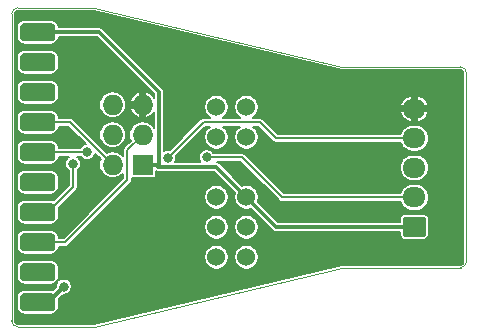
<source format=gtl>
G04 #@! TF.GenerationSoftware,KiCad,Pcbnew,5.1.4+dfsg1-1*
G04 #@! TF.CreationDate,2019-12-02T03:44:51+01:00*
G04 #@! TF.ProjectId,JlinkBreakout,4a6c696e-6b42-4726-9561-6b6f75742e6b,rev?*
G04 #@! TF.SameCoordinates,Original*
G04 #@! TF.FileFunction,Copper,L1,Top*
G04 #@! TF.FilePolarity,Positive*
%FSLAX46Y46*%
G04 Gerber Fmt 4.6, Leading zero omitted, Abs format (unit mm)*
G04 Created by KiCad (PCBNEW 5.1.4+dfsg1-1) date 2019-12-02 03:44:51*
%MOMM*%
%LPD*%
G04 APERTURE LIST*
%ADD10C,0.050000*%
%ADD11C,1.524000*%
%ADD12C,0.100000*%
%ADD13C,1.700000*%
%ADD14O,1.950000X1.700000*%
%ADD15R,1.727200X1.727200*%
%ADD16O,1.727200X1.727200*%
%ADD17C,0.800000*%
%ADD18C,0.200000*%
%ADD19C,0.300000*%
%ADD20C,0.157000*%
G04 APERTURE END LIST*
D10*
X58500000Y-60000000D02*
G75*
G02X58000000Y-59500000I0J500000D01*
G01*
X58000000Y-33500000D02*
G75*
G02X58500000Y-33000000I500000J0D01*
G01*
X96000000Y-38000000D02*
G75*
G02X96500000Y-38500000I0J-500000D01*
G01*
X96500000Y-54500000D02*
G75*
G02X96000000Y-55000000I-500000J0D01*
G01*
X86000000Y-38000000D02*
X65000000Y-33000000D01*
X96000000Y-38000000D02*
X86000000Y-38000000D01*
X96500000Y-54500000D02*
X96500000Y-38500000D01*
X86000000Y-55000000D02*
X96000000Y-55000000D01*
X65000000Y-60000000D02*
X86000000Y-55000000D01*
X65000000Y-33000000D02*
X58500000Y-33000000D01*
X58500000Y-60000000D02*
X65000000Y-60000000D01*
X58000000Y-33500000D02*
X58000000Y-59500000D01*
D11*
X75330000Y-41420000D03*
X75330000Y-43960000D03*
X75330000Y-49040000D03*
X75330000Y-51580000D03*
X75330000Y-54120000D03*
X77870000Y-41420000D03*
X77870000Y-43960000D03*
X77870000Y-49040000D03*
X77870000Y-51580000D03*
X77870000Y-54120000D03*
D12*
G36*
X92849504Y-50701204D02*
G01*
X92873773Y-50704804D01*
X92897571Y-50710765D01*
X92920671Y-50719030D01*
X92942849Y-50729520D01*
X92963893Y-50742133D01*
X92983598Y-50756747D01*
X93001777Y-50773223D01*
X93018253Y-50791402D01*
X93032867Y-50811107D01*
X93045480Y-50832151D01*
X93055970Y-50854329D01*
X93064235Y-50877429D01*
X93070196Y-50901227D01*
X93073796Y-50925496D01*
X93075000Y-50950000D01*
X93075000Y-52150000D01*
X93073796Y-52174504D01*
X93070196Y-52198773D01*
X93064235Y-52222571D01*
X93055970Y-52245671D01*
X93045480Y-52267849D01*
X93032867Y-52288893D01*
X93018253Y-52308598D01*
X93001777Y-52326777D01*
X92983598Y-52343253D01*
X92963893Y-52357867D01*
X92942849Y-52370480D01*
X92920671Y-52380970D01*
X92897571Y-52389235D01*
X92873773Y-52395196D01*
X92849504Y-52398796D01*
X92825000Y-52400000D01*
X91375000Y-52400000D01*
X91350496Y-52398796D01*
X91326227Y-52395196D01*
X91302429Y-52389235D01*
X91279329Y-52380970D01*
X91257151Y-52370480D01*
X91236107Y-52357867D01*
X91216402Y-52343253D01*
X91198223Y-52326777D01*
X91181747Y-52308598D01*
X91167133Y-52288893D01*
X91154520Y-52267849D01*
X91144030Y-52245671D01*
X91135765Y-52222571D01*
X91129804Y-52198773D01*
X91126204Y-52174504D01*
X91125000Y-52150000D01*
X91125000Y-50950000D01*
X91126204Y-50925496D01*
X91129804Y-50901227D01*
X91135765Y-50877429D01*
X91144030Y-50854329D01*
X91154520Y-50832151D01*
X91167133Y-50811107D01*
X91181747Y-50791402D01*
X91198223Y-50773223D01*
X91216402Y-50756747D01*
X91236107Y-50742133D01*
X91257151Y-50729520D01*
X91279329Y-50719030D01*
X91302429Y-50710765D01*
X91326227Y-50704804D01*
X91350496Y-50701204D01*
X91375000Y-50700000D01*
X92825000Y-50700000D01*
X92849504Y-50701204D01*
X92849504Y-50701204D01*
G37*
D13*
X92100000Y-51550000D03*
D14*
X92100000Y-49050000D03*
X92100000Y-46550000D03*
X92100000Y-44050000D03*
X92100000Y-41550000D03*
D15*
X69100000Y-46300000D03*
D16*
X66560000Y-46300000D03*
X69100000Y-43760000D03*
X66560000Y-43760000D03*
X69100000Y-41220000D03*
X66560000Y-41220000D03*
D12*
G36*
X61356345Y-57169835D02*
G01*
X61393329Y-57175321D01*
X61429598Y-57184406D01*
X61464802Y-57197002D01*
X61498602Y-57212988D01*
X61530672Y-57232210D01*
X61560704Y-57254483D01*
X61588408Y-57279592D01*
X61613517Y-57307296D01*
X61635790Y-57337328D01*
X61655012Y-57369398D01*
X61670998Y-57403198D01*
X61683594Y-57438402D01*
X61692679Y-57474671D01*
X61698165Y-57511655D01*
X61700000Y-57549000D01*
X61700000Y-58311000D01*
X61698165Y-58348345D01*
X61692679Y-58385329D01*
X61683594Y-58421598D01*
X61670998Y-58456802D01*
X61655012Y-58490602D01*
X61635790Y-58522672D01*
X61613517Y-58552704D01*
X61588408Y-58580408D01*
X61560704Y-58605517D01*
X61530672Y-58627790D01*
X61498602Y-58647012D01*
X61464802Y-58662998D01*
X61429598Y-58675594D01*
X61393329Y-58684679D01*
X61356345Y-58690165D01*
X61319000Y-58692000D01*
X59081000Y-58692000D01*
X59043655Y-58690165D01*
X59006671Y-58684679D01*
X58970402Y-58675594D01*
X58935198Y-58662998D01*
X58901398Y-58647012D01*
X58869328Y-58627790D01*
X58839296Y-58605517D01*
X58811592Y-58580408D01*
X58786483Y-58552704D01*
X58764210Y-58522672D01*
X58744988Y-58490602D01*
X58729002Y-58456802D01*
X58716406Y-58421598D01*
X58707321Y-58385329D01*
X58701835Y-58348345D01*
X58700000Y-58311000D01*
X58700000Y-57549000D01*
X58701835Y-57511655D01*
X58707321Y-57474671D01*
X58716406Y-57438402D01*
X58729002Y-57403198D01*
X58744988Y-57369398D01*
X58764210Y-57337328D01*
X58786483Y-57307296D01*
X58811592Y-57279592D01*
X58839296Y-57254483D01*
X58869328Y-57232210D01*
X58901398Y-57212988D01*
X58935198Y-57197002D01*
X58970402Y-57184406D01*
X59006671Y-57175321D01*
X59043655Y-57169835D01*
X59081000Y-57168000D01*
X61319000Y-57168000D01*
X61356345Y-57169835D01*
X61356345Y-57169835D01*
G37*
D11*
X60200000Y-57930000D03*
D12*
G36*
X61356345Y-54629835D02*
G01*
X61393329Y-54635321D01*
X61429598Y-54644406D01*
X61464802Y-54657002D01*
X61498602Y-54672988D01*
X61530672Y-54692210D01*
X61560704Y-54714483D01*
X61588408Y-54739592D01*
X61613517Y-54767296D01*
X61635790Y-54797328D01*
X61655012Y-54829398D01*
X61670998Y-54863198D01*
X61683594Y-54898402D01*
X61692679Y-54934671D01*
X61698165Y-54971655D01*
X61700000Y-55009000D01*
X61700000Y-55771000D01*
X61698165Y-55808345D01*
X61692679Y-55845329D01*
X61683594Y-55881598D01*
X61670998Y-55916802D01*
X61655012Y-55950602D01*
X61635790Y-55982672D01*
X61613517Y-56012704D01*
X61588408Y-56040408D01*
X61560704Y-56065517D01*
X61530672Y-56087790D01*
X61498602Y-56107012D01*
X61464802Y-56122998D01*
X61429598Y-56135594D01*
X61393329Y-56144679D01*
X61356345Y-56150165D01*
X61319000Y-56152000D01*
X59081000Y-56152000D01*
X59043655Y-56150165D01*
X59006671Y-56144679D01*
X58970402Y-56135594D01*
X58935198Y-56122998D01*
X58901398Y-56107012D01*
X58869328Y-56087790D01*
X58839296Y-56065517D01*
X58811592Y-56040408D01*
X58786483Y-56012704D01*
X58764210Y-55982672D01*
X58744988Y-55950602D01*
X58729002Y-55916802D01*
X58716406Y-55881598D01*
X58707321Y-55845329D01*
X58701835Y-55808345D01*
X58700000Y-55771000D01*
X58700000Y-55009000D01*
X58701835Y-54971655D01*
X58707321Y-54934671D01*
X58716406Y-54898402D01*
X58729002Y-54863198D01*
X58744988Y-54829398D01*
X58764210Y-54797328D01*
X58786483Y-54767296D01*
X58811592Y-54739592D01*
X58839296Y-54714483D01*
X58869328Y-54692210D01*
X58901398Y-54672988D01*
X58935198Y-54657002D01*
X58970402Y-54644406D01*
X59006671Y-54635321D01*
X59043655Y-54629835D01*
X59081000Y-54628000D01*
X61319000Y-54628000D01*
X61356345Y-54629835D01*
X61356345Y-54629835D01*
G37*
D11*
X60200000Y-55390000D03*
D12*
G36*
X61356345Y-52089835D02*
G01*
X61393329Y-52095321D01*
X61429598Y-52104406D01*
X61464802Y-52117002D01*
X61498602Y-52132988D01*
X61530672Y-52152210D01*
X61560704Y-52174483D01*
X61588408Y-52199592D01*
X61613517Y-52227296D01*
X61635790Y-52257328D01*
X61655012Y-52289398D01*
X61670998Y-52323198D01*
X61683594Y-52358402D01*
X61692679Y-52394671D01*
X61698165Y-52431655D01*
X61700000Y-52469000D01*
X61700000Y-53231000D01*
X61698165Y-53268345D01*
X61692679Y-53305329D01*
X61683594Y-53341598D01*
X61670998Y-53376802D01*
X61655012Y-53410602D01*
X61635790Y-53442672D01*
X61613517Y-53472704D01*
X61588408Y-53500408D01*
X61560704Y-53525517D01*
X61530672Y-53547790D01*
X61498602Y-53567012D01*
X61464802Y-53582998D01*
X61429598Y-53595594D01*
X61393329Y-53604679D01*
X61356345Y-53610165D01*
X61319000Y-53612000D01*
X59081000Y-53612000D01*
X59043655Y-53610165D01*
X59006671Y-53604679D01*
X58970402Y-53595594D01*
X58935198Y-53582998D01*
X58901398Y-53567012D01*
X58869328Y-53547790D01*
X58839296Y-53525517D01*
X58811592Y-53500408D01*
X58786483Y-53472704D01*
X58764210Y-53442672D01*
X58744988Y-53410602D01*
X58729002Y-53376802D01*
X58716406Y-53341598D01*
X58707321Y-53305329D01*
X58701835Y-53268345D01*
X58700000Y-53231000D01*
X58700000Y-52469000D01*
X58701835Y-52431655D01*
X58707321Y-52394671D01*
X58716406Y-52358402D01*
X58729002Y-52323198D01*
X58744988Y-52289398D01*
X58764210Y-52257328D01*
X58786483Y-52227296D01*
X58811592Y-52199592D01*
X58839296Y-52174483D01*
X58869328Y-52152210D01*
X58901398Y-52132988D01*
X58935198Y-52117002D01*
X58970402Y-52104406D01*
X59006671Y-52095321D01*
X59043655Y-52089835D01*
X59081000Y-52088000D01*
X61319000Y-52088000D01*
X61356345Y-52089835D01*
X61356345Y-52089835D01*
G37*
D11*
X60200000Y-52850000D03*
D12*
G36*
X61356345Y-49549835D02*
G01*
X61393329Y-49555321D01*
X61429598Y-49564406D01*
X61464802Y-49577002D01*
X61498602Y-49592988D01*
X61530672Y-49612210D01*
X61560704Y-49634483D01*
X61588408Y-49659592D01*
X61613517Y-49687296D01*
X61635790Y-49717328D01*
X61655012Y-49749398D01*
X61670998Y-49783198D01*
X61683594Y-49818402D01*
X61692679Y-49854671D01*
X61698165Y-49891655D01*
X61700000Y-49929000D01*
X61700000Y-50691000D01*
X61698165Y-50728345D01*
X61692679Y-50765329D01*
X61683594Y-50801598D01*
X61670998Y-50836802D01*
X61655012Y-50870602D01*
X61635790Y-50902672D01*
X61613517Y-50932704D01*
X61588408Y-50960408D01*
X61560704Y-50985517D01*
X61530672Y-51007790D01*
X61498602Y-51027012D01*
X61464802Y-51042998D01*
X61429598Y-51055594D01*
X61393329Y-51064679D01*
X61356345Y-51070165D01*
X61319000Y-51072000D01*
X59081000Y-51072000D01*
X59043655Y-51070165D01*
X59006671Y-51064679D01*
X58970402Y-51055594D01*
X58935198Y-51042998D01*
X58901398Y-51027012D01*
X58869328Y-51007790D01*
X58839296Y-50985517D01*
X58811592Y-50960408D01*
X58786483Y-50932704D01*
X58764210Y-50902672D01*
X58744988Y-50870602D01*
X58729002Y-50836802D01*
X58716406Y-50801598D01*
X58707321Y-50765329D01*
X58701835Y-50728345D01*
X58700000Y-50691000D01*
X58700000Y-49929000D01*
X58701835Y-49891655D01*
X58707321Y-49854671D01*
X58716406Y-49818402D01*
X58729002Y-49783198D01*
X58744988Y-49749398D01*
X58764210Y-49717328D01*
X58786483Y-49687296D01*
X58811592Y-49659592D01*
X58839296Y-49634483D01*
X58869328Y-49612210D01*
X58901398Y-49592988D01*
X58935198Y-49577002D01*
X58970402Y-49564406D01*
X59006671Y-49555321D01*
X59043655Y-49549835D01*
X59081000Y-49548000D01*
X61319000Y-49548000D01*
X61356345Y-49549835D01*
X61356345Y-49549835D01*
G37*
D11*
X60200000Y-50310000D03*
D12*
G36*
X61356345Y-47009835D02*
G01*
X61393329Y-47015321D01*
X61429598Y-47024406D01*
X61464802Y-47037002D01*
X61498602Y-47052988D01*
X61530672Y-47072210D01*
X61560704Y-47094483D01*
X61588408Y-47119592D01*
X61613517Y-47147296D01*
X61635790Y-47177328D01*
X61655012Y-47209398D01*
X61670998Y-47243198D01*
X61683594Y-47278402D01*
X61692679Y-47314671D01*
X61698165Y-47351655D01*
X61700000Y-47389000D01*
X61700000Y-48151000D01*
X61698165Y-48188345D01*
X61692679Y-48225329D01*
X61683594Y-48261598D01*
X61670998Y-48296802D01*
X61655012Y-48330602D01*
X61635790Y-48362672D01*
X61613517Y-48392704D01*
X61588408Y-48420408D01*
X61560704Y-48445517D01*
X61530672Y-48467790D01*
X61498602Y-48487012D01*
X61464802Y-48502998D01*
X61429598Y-48515594D01*
X61393329Y-48524679D01*
X61356345Y-48530165D01*
X61319000Y-48532000D01*
X59081000Y-48532000D01*
X59043655Y-48530165D01*
X59006671Y-48524679D01*
X58970402Y-48515594D01*
X58935198Y-48502998D01*
X58901398Y-48487012D01*
X58869328Y-48467790D01*
X58839296Y-48445517D01*
X58811592Y-48420408D01*
X58786483Y-48392704D01*
X58764210Y-48362672D01*
X58744988Y-48330602D01*
X58729002Y-48296802D01*
X58716406Y-48261598D01*
X58707321Y-48225329D01*
X58701835Y-48188345D01*
X58700000Y-48151000D01*
X58700000Y-47389000D01*
X58701835Y-47351655D01*
X58707321Y-47314671D01*
X58716406Y-47278402D01*
X58729002Y-47243198D01*
X58744988Y-47209398D01*
X58764210Y-47177328D01*
X58786483Y-47147296D01*
X58811592Y-47119592D01*
X58839296Y-47094483D01*
X58869328Y-47072210D01*
X58901398Y-47052988D01*
X58935198Y-47037002D01*
X58970402Y-47024406D01*
X59006671Y-47015321D01*
X59043655Y-47009835D01*
X59081000Y-47008000D01*
X61319000Y-47008000D01*
X61356345Y-47009835D01*
X61356345Y-47009835D01*
G37*
D11*
X60200000Y-47770000D03*
D12*
G36*
X61356345Y-44469835D02*
G01*
X61393329Y-44475321D01*
X61429598Y-44484406D01*
X61464802Y-44497002D01*
X61498602Y-44512988D01*
X61530672Y-44532210D01*
X61560704Y-44554483D01*
X61588408Y-44579592D01*
X61613517Y-44607296D01*
X61635790Y-44637328D01*
X61655012Y-44669398D01*
X61670998Y-44703198D01*
X61683594Y-44738402D01*
X61692679Y-44774671D01*
X61698165Y-44811655D01*
X61700000Y-44849000D01*
X61700000Y-45611000D01*
X61698165Y-45648345D01*
X61692679Y-45685329D01*
X61683594Y-45721598D01*
X61670998Y-45756802D01*
X61655012Y-45790602D01*
X61635790Y-45822672D01*
X61613517Y-45852704D01*
X61588408Y-45880408D01*
X61560704Y-45905517D01*
X61530672Y-45927790D01*
X61498602Y-45947012D01*
X61464802Y-45962998D01*
X61429598Y-45975594D01*
X61393329Y-45984679D01*
X61356345Y-45990165D01*
X61319000Y-45992000D01*
X59081000Y-45992000D01*
X59043655Y-45990165D01*
X59006671Y-45984679D01*
X58970402Y-45975594D01*
X58935198Y-45962998D01*
X58901398Y-45947012D01*
X58869328Y-45927790D01*
X58839296Y-45905517D01*
X58811592Y-45880408D01*
X58786483Y-45852704D01*
X58764210Y-45822672D01*
X58744988Y-45790602D01*
X58729002Y-45756802D01*
X58716406Y-45721598D01*
X58707321Y-45685329D01*
X58701835Y-45648345D01*
X58700000Y-45611000D01*
X58700000Y-44849000D01*
X58701835Y-44811655D01*
X58707321Y-44774671D01*
X58716406Y-44738402D01*
X58729002Y-44703198D01*
X58744988Y-44669398D01*
X58764210Y-44637328D01*
X58786483Y-44607296D01*
X58811592Y-44579592D01*
X58839296Y-44554483D01*
X58869328Y-44532210D01*
X58901398Y-44512988D01*
X58935198Y-44497002D01*
X58970402Y-44484406D01*
X59006671Y-44475321D01*
X59043655Y-44469835D01*
X59081000Y-44468000D01*
X61319000Y-44468000D01*
X61356345Y-44469835D01*
X61356345Y-44469835D01*
G37*
D11*
X60200000Y-45230000D03*
D12*
G36*
X61356345Y-41929835D02*
G01*
X61393329Y-41935321D01*
X61429598Y-41944406D01*
X61464802Y-41957002D01*
X61498602Y-41972988D01*
X61530672Y-41992210D01*
X61560704Y-42014483D01*
X61588408Y-42039592D01*
X61613517Y-42067296D01*
X61635790Y-42097328D01*
X61655012Y-42129398D01*
X61670998Y-42163198D01*
X61683594Y-42198402D01*
X61692679Y-42234671D01*
X61698165Y-42271655D01*
X61700000Y-42309000D01*
X61700000Y-43071000D01*
X61698165Y-43108345D01*
X61692679Y-43145329D01*
X61683594Y-43181598D01*
X61670998Y-43216802D01*
X61655012Y-43250602D01*
X61635790Y-43282672D01*
X61613517Y-43312704D01*
X61588408Y-43340408D01*
X61560704Y-43365517D01*
X61530672Y-43387790D01*
X61498602Y-43407012D01*
X61464802Y-43422998D01*
X61429598Y-43435594D01*
X61393329Y-43444679D01*
X61356345Y-43450165D01*
X61319000Y-43452000D01*
X59081000Y-43452000D01*
X59043655Y-43450165D01*
X59006671Y-43444679D01*
X58970402Y-43435594D01*
X58935198Y-43422998D01*
X58901398Y-43407012D01*
X58869328Y-43387790D01*
X58839296Y-43365517D01*
X58811592Y-43340408D01*
X58786483Y-43312704D01*
X58764210Y-43282672D01*
X58744988Y-43250602D01*
X58729002Y-43216802D01*
X58716406Y-43181598D01*
X58707321Y-43145329D01*
X58701835Y-43108345D01*
X58700000Y-43071000D01*
X58700000Y-42309000D01*
X58701835Y-42271655D01*
X58707321Y-42234671D01*
X58716406Y-42198402D01*
X58729002Y-42163198D01*
X58744988Y-42129398D01*
X58764210Y-42097328D01*
X58786483Y-42067296D01*
X58811592Y-42039592D01*
X58839296Y-42014483D01*
X58869328Y-41992210D01*
X58901398Y-41972988D01*
X58935198Y-41957002D01*
X58970402Y-41944406D01*
X59006671Y-41935321D01*
X59043655Y-41929835D01*
X59081000Y-41928000D01*
X61319000Y-41928000D01*
X61356345Y-41929835D01*
X61356345Y-41929835D01*
G37*
D11*
X60200000Y-42690000D03*
D12*
G36*
X61356345Y-39389835D02*
G01*
X61393329Y-39395321D01*
X61429598Y-39404406D01*
X61464802Y-39417002D01*
X61498602Y-39432988D01*
X61530672Y-39452210D01*
X61560704Y-39474483D01*
X61588408Y-39499592D01*
X61613517Y-39527296D01*
X61635790Y-39557328D01*
X61655012Y-39589398D01*
X61670998Y-39623198D01*
X61683594Y-39658402D01*
X61692679Y-39694671D01*
X61698165Y-39731655D01*
X61700000Y-39769000D01*
X61700000Y-40531000D01*
X61698165Y-40568345D01*
X61692679Y-40605329D01*
X61683594Y-40641598D01*
X61670998Y-40676802D01*
X61655012Y-40710602D01*
X61635790Y-40742672D01*
X61613517Y-40772704D01*
X61588408Y-40800408D01*
X61560704Y-40825517D01*
X61530672Y-40847790D01*
X61498602Y-40867012D01*
X61464802Y-40882998D01*
X61429598Y-40895594D01*
X61393329Y-40904679D01*
X61356345Y-40910165D01*
X61319000Y-40912000D01*
X59081000Y-40912000D01*
X59043655Y-40910165D01*
X59006671Y-40904679D01*
X58970402Y-40895594D01*
X58935198Y-40882998D01*
X58901398Y-40867012D01*
X58869328Y-40847790D01*
X58839296Y-40825517D01*
X58811592Y-40800408D01*
X58786483Y-40772704D01*
X58764210Y-40742672D01*
X58744988Y-40710602D01*
X58729002Y-40676802D01*
X58716406Y-40641598D01*
X58707321Y-40605329D01*
X58701835Y-40568345D01*
X58700000Y-40531000D01*
X58700000Y-39769000D01*
X58701835Y-39731655D01*
X58707321Y-39694671D01*
X58716406Y-39658402D01*
X58729002Y-39623198D01*
X58744988Y-39589398D01*
X58764210Y-39557328D01*
X58786483Y-39527296D01*
X58811592Y-39499592D01*
X58839296Y-39474483D01*
X58869328Y-39452210D01*
X58901398Y-39432988D01*
X58935198Y-39417002D01*
X58970402Y-39404406D01*
X59006671Y-39395321D01*
X59043655Y-39389835D01*
X59081000Y-39388000D01*
X61319000Y-39388000D01*
X61356345Y-39389835D01*
X61356345Y-39389835D01*
G37*
D11*
X60200000Y-40150000D03*
D12*
G36*
X61356345Y-36849835D02*
G01*
X61393329Y-36855321D01*
X61429598Y-36864406D01*
X61464802Y-36877002D01*
X61498602Y-36892988D01*
X61530672Y-36912210D01*
X61560704Y-36934483D01*
X61588408Y-36959592D01*
X61613517Y-36987296D01*
X61635790Y-37017328D01*
X61655012Y-37049398D01*
X61670998Y-37083198D01*
X61683594Y-37118402D01*
X61692679Y-37154671D01*
X61698165Y-37191655D01*
X61700000Y-37229000D01*
X61700000Y-37991000D01*
X61698165Y-38028345D01*
X61692679Y-38065329D01*
X61683594Y-38101598D01*
X61670998Y-38136802D01*
X61655012Y-38170602D01*
X61635790Y-38202672D01*
X61613517Y-38232704D01*
X61588408Y-38260408D01*
X61560704Y-38285517D01*
X61530672Y-38307790D01*
X61498602Y-38327012D01*
X61464802Y-38342998D01*
X61429598Y-38355594D01*
X61393329Y-38364679D01*
X61356345Y-38370165D01*
X61319000Y-38372000D01*
X59081000Y-38372000D01*
X59043655Y-38370165D01*
X59006671Y-38364679D01*
X58970402Y-38355594D01*
X58935198Y-38342998D01*
X58901398Y-38327012D01*
X58869328Y-38307790D01*
X58839296Y-38285517D01*
X58811592Y-38260408D01*
X58786483Y-38232704D01*
X58764210Y-38202672D01*
X58744988Y-38170602D01*
X58729002Y-38136802D01*
X58716406Y-38101598D01*
X58707321Y-38065329D01*
X58701835Y-38028345D01*
X58700000Y-37991000D01*
X58700000Y-37229000D01*
X58701835Y-37191655D01*
X58707321Y-37154671D01*
X58716406Y-37118402D01*
X58729002Y-37083198D01*
X58744988Y-37049398D01*
X58764210Y-37017328D01*
X58786483Y-36987296D01*
X58811592Y-36959592D01*
X58839296Y-36934483D01*
X58869328Y-36912210D01*
X58901398Y-36892988D01*
X58935198Y-36877002D01*
X58970402Y-36864406D01*
X59006671Y-36855321D01*
X59043655Y-36849835D01*
X59081000Y-36848000D01*
X61319000Y-36848000D01*
X61356345Y-36849835D01*
X61356345Y-36849835D01*
G37*
D11*
X60200000Y-37610000D03*
D12*
G36*
X61356345Y-34309835D02*
G01*
X61393329Y-34315321D01*
X61429598Y-34324406D01*
X61464802Y-34337002D01*
X61498602Y-34352988D01*
X61530672Y-34372210D01*
X61560704Y-34394483D01*
X61588408Y-34419592D01*
X61613517Y-34447296D01*
X61635790Y-34477328D01*
X61655012Y-34509398D01*
X61670998Y-34543198D01*
X61683594Y-34578402D01*
X61692679Y-34614671D01*
X61698165Y-34651655D01*
X61700000Y-34689000D01*
X61700000Y-35451000D01*
X61698165Y-35488345D01*
X61692679Y-35525329D01*
X61683594Y-35561598D01*
X61670998Y-35596802D01*
X61655012Y-35630602D01*
X61635790Y-35662672D01*
X61613517Y-35692704D01*
X61588408Y-35720408D01*
X61560704Y-35745517D01*
X61530672Y-35767790D01*
X61498602Y-35787012D01*
X61464802Y-35802998D01*
X61429598Y-35815594D01*
X61393329Y-35824679D01*
X61356345Y-35830165D01*
X61319000Y-35832000D01*
X59081000Y-35832000D01*
X59043655Y-35830165D01*
X59006671Y-35824679D01*
X58970402Y-35815594D01*
X58935198Y-35802998D01*
X58901398Y-35787012D01*
X58869328Y-35767790D01*
X58839296Y-35745517D01*
X58811592Y-35720408D01*
X58786483Y-35692704D01*
X58764210Y-35662672D01*
X58744988Y-35630602D01*
X58729002Y-35596802D01*
X58716406Y-35561598D01*
X58707321Y-35525329D01*
X58701835Y-35488345D01*
X58700000Y-35451000D01*
X58700000Y-34689000D01*
X58701835Y-34651655D01*
X58707321Y-34614671D01*
X58716406Y-34578402D01*
X58729002Y-34543198D01*
X58744988Y-34509398D01*
X58764210Y-34477328D01*
X58786483Y-34447296D01*
X58811592Y-34419592D01*
X58839296Y-34394483D01*
X58869328Y-34372210D01*
X58901398Y-34352988D01*
X58935198Y-34337002D01*
X58970402Y-34324406D01*
X59006671Y-34315321D01*
X59043655Y-34309835D01*
X59081000Y-34308000D01*
X61319000Y-34308000D01*
X61356345Y-34309835D01*
X61356345Y-34309835D01*
G37*
D11*
X60200000Y-35070000D03*
D17*
X74516109Y-45652493D03*
X63200000Y-46200000D03*
X67000000Y-54250000D03*
X71500000Y-51000000D03*
X69700000Y-49450000D03*
X64200000Y-41850000D03*
X64600000Y-47050000D03*
X63950000Y-50050000D03*
X66150000Y-50650000D03*
X72300000Y-56750000D03*
X80550000Y-54850000D03*
X68450000Y-36500000D03*
X64000000Y-36700000D03*
X78950000Y-45250000D03*
X78800000Y-38149990D03*
X74965447Y-37799990D03*
X71800000Y-42800000D03*
X67350000Y-38850000D03*
X62600000Y-40150000D03*
X62600000Y-37650000D03*
X62400000Y-47650000D03*
X62400000Y-43950000D03*
X72200000Y-54700000D03*
X74200000Y-50300000D03*
X74200000Y-47600000D03*
X76600000Y-40000000D03*
X71600000Y-39800000D03*
X64400000Y-45200000D03*
X71250010Y-45699991D03*
X62399996Y-56600000D03*
D18*
X60200000Y-52850000D02*
X62550000Y-52850000D01*
X62550000Y-52850000D02*
X67800000Y-47600000D01*
X67800000Y-45060000D02*
X69100000Y-43760000D01*
X67800000Y-47600000D02*
X67800000Y-45060000D01*
X77486793Y-45652493D02*
X75081794Y-45652493D01*
X92100000Y-49050000D02*
X80884300Y-49050000D01*
X80884300Y-49050000D02*
X77486793Y-45652493D01*
X75081794Y-45652493D02*
X74516109Y-45652493D01*
X63200000Y-48200000D02*
X63200000Y-46200000D01*
X60200000Y-50310000D02*
X61090000Y-50310000D01*
X61090000Y-50310000D02*
X63200000Y-48200000D01*
X60200000Y-45230000D02*
X64370000Y-45230000D01*
X64370000Y-45230000D02*
X64400000Y-45200000D01*
X62950000Y-42690000D02*
X60200000Y-42690000D01*
X66560000Y-46300000D02*
X62950000Y-42690000D01*
X74250001Y-42700000D02*
X71650009Y-45299992D01*
X71650009Y-45299992D02*
X71250010Y-45699991D01*
X80350000Y-44050000D02*
X79000000Y-42700000D01*
X92100000Y-44050000D02*
X80350000Y-44050000D01*
X79000000Y-42700000D02*
X74250001Y-42700000D01*
D19*
X69100000Y-46300000D02*
X70263600Y-46300000D01*
X91025000Y-51550000D02*
X92100000Y-51550000D01*
X80380000Y-51550000D02*
X91025000Y-51550000D01*
X70263600Y-46300000D02*
X70413601Y-46450001D01*
X75280001Y-46450001D02*
X80380000Y-51550000D01*
X70413601Y-46450001D02*
X75280001Y-46450001D01*
X65420000Y-35070000D02*
X70500000Y-40150000D01*
X70500000Y-40150000D02*
X70500000Y-46363602D01*
X70500000Y-46363602D02*
X70413601Y-46450001D01*
X60200000Y-35070000D02*
X65420000Y-35070000D01*
X62399996Y-56600004D02*
X62399996Y-56600000D01*
X60200000Y-57930000D02*
X61070000Y-57930000D01*
X61070000Y-57930000D02*
X62399996Y-56600004D01*
D20*
G36*
X85931958Y-38251581D02*
G01*
X85948933Y-38256730D01*
X85969638Y-38258769D01*
X85990214Y-38261576D01*
X86007900Y-38260500D01*
X95987259Y-38260500D01*
X96046279Y-38266287D01*
X96090788Y-38279725D01*
X96131845Y-38301554D01*
X96167881Y-38330946D01*
X96197518Y-38366771D01*
X96219635Y-38407675D01*
X96233385Y-38452093D01*
X96239501Y-38510285D01*
X96239500Y-54487258D01*
X96233713Y-54546279D01*
X96220275Y-54590787D01*
X96198443Y-54631847D01*
X96169054Y-54667881D01*
X96133231Y-54697517D01*
X96092325Y-54719635D01*
X96047907Y-54733385D01*
X95989725Y-54739500D01*
X86007900Y-54739500D01*
X85990214Y-54738424D01*
X85969638Y-54741231D01*
X85948933Y-54743270D01*
X85931958Y-54748419D01*
X64969416Y-59739500D01*
X58512742Y-59739500D01*
X58453721Y-59733713D01*
X58409213Y-59720275D01*
X58368153Y-59698443D01*
X58332119Y-59669054D01*
X58302483Y-59633231D01*
X58280365Y-59592325D01*
X58266615Y-59547907D01*
X58260500Y-59489725D01*
X58260500Y-57549000D01*
X58420153Y-57549000D01*
X58420153Y-58311000D01*
X58432851Y-58439925D01*
X58470457Y-58563895D01*
X58531526Y-58678147D01*
X58613711Y-58778289D01*
X58713853Y-58860474D01*
X58828105Y-58921543D01*
X58952075Y-58959149D01*
X59081000Y-58971847D01*
X61319000Y-58971847D01*
X61447925Y-58959149D01*
X61571895Y-58921543D01*
X61686147Y-58860474D01*
X61786289Y-58778289D01*
X61868474Y-58678147D01*
X61929543Y-58563895D01*
X61967149Y-58439925D01*
X61979847Y-58311000D01*
X61979847Y-57626143D01*
X62328433Y-57277558D01*
X62333170Y-57278500D01*
X62466822Y-57278500D01*
X62597907Y-57252426D01*
X62721386Y-57201279D01*
X62832515Y-57127025D01*
X62927021Y-57032519D01*
X63001275Y-56921390D01*
X63052422Y-56797911D01*
X63078496Y-56666826D01*
X63078496Y-56533174D01*
X63052422Y-56402089D01*
X63001275Y-56278610D01*
X62927021Y-56167481D01*
X62832515Y-56072975D01*
X62721386Y-55998721D01*
X62597907Y-55947574D01*
X62466822Y-55921500D01*
X62333170Y-55921500D01*
X62202085Y-55947574D01*
X62078606Y-55998721D01*
X61967477Y-56072975D01*
X61872971Y-56167481D01*
X61798717Y-56278610D01*
X61747570Y-56402089D01*
X61721496Y-56533174D01*
X61721496Y-56666826D01*
X61722440Y-56671570D01*
X61482631Y-56911379D01*
X61447925Y-56900851D01*
X61319000Y-56888153D01*
X59081000Y-56888153D01*
X58952075Y-56900851D01*
X58828105Y-56938457D01*
X58713853Y-56999526D01*
X58613711Y-57081711D01*
X58531526Y-57181853D01*
X58470457Y-57296105D01*
X58432851Y-57420075D01*
X58420153Y-57549000D01*
X58260500Y-57549000D01*
X58260500Y-55009000D01*
X58420153Y-55009000D01*
X58420153Y-55771000D01*
X58432851Y-55899925D01*
X58470457Y-56023895D01*
X58531526Y-56138147D01*
X58613711Y-56238289D01*
X58713853Y-56320474D01*
X58828105Y-56381543D01*
X58952075Y-56419149D01*
X59081000Y-56431847D01*
X61319000Y-56431847D01*
X61447925Y-56419149D01*
X61571895Y-56381543D01*
X61686147Y-56320474D01*
X61786289Y-56238289D01*
X61868474Y-56138147D01*
X61929543Y-56023895D01*
X61967149Y-55899925D01*
X61979847Y-55771000D01*
X61979847Y-55009000D01*
X61967149Y-54880075D01*
X61929543Y-54756105D01*
X61868474Y-54641853D01*
X61786289Y-54541711D01*
X61686147Y-54459526D01*
X61571895Y-54398457D01*
X61447925Y-54360851D01*
X61319000Y-54348153D01*
X59081000Y-54348153D01*
X58952075Y-54360851D01*
X58828105Y-54398457D01*
X58713853Y-54459526D01*
X58613711Y-54541711D01*
X58531526Y-54641853D01*
X58470457Y-54756105D01*
X58432851Y-54880075D01*
X58420153Y-55009000D01*
X58260500Y-55009000D01*
X58260500Y-54017520D01*
X74289500Y-54017520D01*
X74289500Y-54222480D01*
X74329485Y-54423503D01*
X74407920Y-54612862D01*
X74521791Y-54783280D01*
X74666720Y-54928209D01*
X74837138Y-55042080D01*
X75026497Y-55120515D01*
X75227520Y-55160500D01*
X75432480Y-55160500D01*
X75633503Y-55120515D01*
X75822862Y-55042080D01*
X75993280Y-54928209D01*
X76138209Y-54783280D01*
X76252080Y-54612862D01*
X76330515Y-54423503D01*
X76370500Y-54222480D01*
X76370500Y-54017520D01*
X76829500Y-54017520D01*
X76829500Y-54222480D01*
X76869485Y-54423503D01*
X76947920Y-54612862D01*
X77061791Y-54783280D01*
X77206720Y-54928209D01*
X77377138Y-55042080D01*
X77566497Y-55120515D01*
X77767520Y-55160500D01*
X77972480Y-55160500D01*
X78173503Y-55120515D01*
X78362862Y-55042080D01*
X78533280Y-54928209D01*
X78678209Y-54783280D01*
X78792080Y-54612862D01*
X78870515Y-54423503D01*
X78910500Y-54222480D01*
X78910500Y-54017520D01*
X78870515Y-53816497D01*
X78792080Y-53627138D01*
X78678209Y-53456720D01*
X78533280Y-53311791D01*
X78362862Y-53197920D01*
X78173503Y-53119485D01*
X77972480Y-53079500D01*
X77767520Y-53079500D01*
X77566497Y-53119485D01*
X77377138Y-53197920D01*
X77206720Y-53311791D01*
X77061791Y-53456720D01*
X76947920Y-53627138D01*
X76869485Y-53816497D01*
X76829500Y-54017520D01*
X76370500Y-54017520D01*
X76330515Y-53816497D01*
X76252080Y-53627138D01*
X76138209Y-53456720D01*
X75993280Y-53311791D01*
X75822862Y-53197920D01*
X75633503Y-53119485D01*
X75432480Y-53079500D01*
X75227520Y-53079500D01*
X75026497Y-53119485D01*
X74837138Y-53197920D01*
X74666720Y-53311791D01*
X74521791Y-53456720D01*
X74407920Y-53627138D01*
X74329485Y-53816497D01*
X74289500Y-54017520D01*
X58260500Y-54017520D01*
X58260500Y-47389000D01*
X58420153Y-47389000D01*
X58420153Y-48151000D01*
X58432851Y-48279925D01*
X58470457Y-48403895D01*
X58531526Y-48518147D01*
X58613711Y-48618289D01*
X58713853Y-48700474D01*
X58828105Y-48761543D01*
X58952075Y-48799149D01*
X59081000Y-48811847D01*
X61319000Y-48811847D01*
X61447925Y-48799149D01*
X61571895Y-48761543D01*
X61686147Y-48700474D01*
X61786289Y-48618289D01*
X61868474Y-48518147D01*
X61929543Y-48403895D01*
X61967149Y-48279925D01*
X61979847Y-48151000D01*
X61979847Y-47389000D01*
X61967149Y-47260075D01*
X61929543Y-47136105D01*
X61868474Y-47021853D01*
X61786289Y-46921711D01*
X61686147Y-46839526D01*
X61571895Y-46778457D01*
X61447925Y-46740851D01*
X61319000Y-46728153D01*
X59081000Y-46728153D01*
X58952075Y-46740851D01*
X58828105Y-46778457D01*
X58713853Y-46839526D01*
X58613711Y-46921711D01*
X58531526Y-47021853D01*
X58470457Y-47136105D01*
X58432851Y-47260075D01*
X58420153Y-47389000D01*
X58260500Y-47389000D01*
X58260500Y-41220000D01*
X65412374Y-41220000D01*
X65434425Y-41443891D01*
X65499732Y-41659177D01*
X65605784Y-41857587D01*
X65748506Y-42031494D01*
X65922413Y-42174216D01*
X66120823Y-42280268D01*
X66336109Y-42345575D01*
X66503893Y-42362100D01*
X66616107Y-42362100D01*
X66783891Y-42345575D01*
X66999177Y-42280268D01*
X67197587Y-42174216D01*
X67371494Y-42031494D01*
X67514216Y-41857587D01*
X67620268Y-41659177D01*
X67633959Y-41614044D01*
X68028029Y-41614044D01*
X68063361Y-41699373D01*
X68176801Y-41892400D01*
X68325719Y-42059587D01*
X68504392Y-42194509D01*
X68705954Y-42291981D01*
X68878500Y-42270801D01*
X68878500Y-41441500D01*
X68050648Y-41441500D01*
X68028029Y-41614044D01*
X67633959Y-41614044D01*
X67685575Y-41443891D01*
X67707626Y-41220000D01*
X67685575Y-40996109D01*
X67633960Y-40825956D01*
X68028029Y-40825956D01*
X68050648Y-40998500D01*
X68878500Y-40998500D01*
X68878500Y-40169199D01*
X68705954Y-40148019D01*
X68504392Y-40245491D01*
X68325719Y-40380413D01*
X68176801Y-40547600D01*
X68063361Y-40740627D01*
X68028029Y-40825956D01*
X67633960Y-40825956D01*
X67620268Y-40780823D01*
X67514216Y-40582413D01*
X67371494Y-40408506D01*
X67197587Y-40265784D01*
X66999177Y-40159732D01*
X66783891Y-40094425D01*
X66616107Y-40077900D01*
X66503893Y-40077900D01*
X66336109Y-40094425D01*
X66120823Y-40159732D01*
X65922413Y-40265784D01*
X65748506Y-40408506D01*
X65605784Y-40582413D01*
X65499732Y-40780823D01*
X65434425Y-40996109D01*
X65412374Y-41220000D01*
X58260500Y-41220000D01*
X58260500Y-39769000D01*
X58420153Y-39769000D01*
X58420153Y-40531000D01*
X58432851Y-40659925D01*
X58470457Y-40783895D01*
X58531526Y-40898147D01*
X58613711Y-40998289D01*
X58713853Y-41080474D01*
X58828105Y-41141543D01*
X58952075Y-41179149D01*
X59081000Y-41191847D01*
X61319000Y-41191847D01*
X61447925Y-41179149D01*
X61571895Y-41141543D01*
X61686147Y-41080474D01*
X61786289Y-40998289D01*
X61868474Y-40898147D01*
X61929543Y-40783895D01*
X61967149Y-40659925D01*
X61979847Y-40531000D01*
X61979847Y-39769000D01*
X61967149Y-39640075D01*
X61929543Y-39516105D01*
X61868474Y-39401853D01*
X61786289Y-39301711D01*
X61686147Y-39219526D01*
X61571895Y-39158457D01*
X61447925Y-39120851D01*
X61319000Y-39108153D01*
X59081000Y-39108153D01*
X58952075Y-39120851D01*
X58828105Y-39158457D01*
X58713853Y-39219526D01*
X58613711Y-39301711D01*
X58531526Y-39401853D01*
X58470457Y-39516105D01*
X58432851Y-39640075D01*
X58420153Y-39769000D01*
X58260500Y-39769000D01*
X58260500Y-37229000D01*
X58420153Y-37229000D01*
X58420153Y-37991000D01*
X58432851Y-38119925D01*
X58470457Y-38243895D01*
X58531526Y-38358147D01*
X58613711Y-38458289D01*
X58713853Y-38540474D01*
X58828105Y-38601543D01*
X58952075Y-38639149D01*
X59081000Y-38651847D01*
X61319000Y-38651847D01*
X61447925Y-38639149D01*
X61571895Y-38601543D01*
X61686147Y-38540474D01*
X61786289Y-38458289D01*
X61868474Y-38358147D01*
X61929543Y-38243895D01*
X61967149Y-38119925D01*
X61979847Y-37991000D01*
X61979847Y-37229000D01*
X61967149Y-37100075D01*
X61929543Y-36976105D01*
X61868474Y-36861853D01*
X61786289Y-36761711D01*
X61686147Y-36679526D01*
X61571895Y-36618457D01*
X61447925Y-36580851D01*
X61319000Y-36568153D01*
X59081000Y-36568153D01*
X58952075Y-36580851D01*
X58828105Y-36618457D01*
X58713853Y-36679526D01*
X58613711Y-36761711D01*
X58531526Y-36861853D01*
X58470457Y-36976105D01*
X58432851Y-37100075D01*
X58420153Y-37229000D01*
X58260500Y-37229000D01*
X58260500Y-34689000D01*
X58420153Y-34689000D01*
X58420153Y-35451000D01*
X58432851Y-35579925D01*
X58470457Y-35703895D01*
X58531526Y-35818147D01*
X58613711Y-35918289D01*
X58713853Y-36000474D01*
X58828105Y-36061543D01*
X58952075Y-36099149D01*
X59081000Y-36111847D01*
X61319000Y-36111847D01*
X61447925Y-36099149D01*
X61571895Y-36061543D01*
X61686147Y-36000474D01*
X61786289Y-35918289D01*
X61868474Y-35818147D01*
X61929543Y-35703895D01*
X61967149Y-35579925D01*
X61975169Y-35498500D01*
X65242510Y-35498500D01*
X70071500Y-40327490D01*
X70071500Y-40629788D01*
X70023199Y-40547600D01*
X69874281Y-40380413D01*
X69695608Y-40245491D01*
X69494046Y-40148019D01*
X69321500Y-40169199D01*
X69321500Y-40998500D01*
X69341500Y-40998500D01*
X69341500Y-41441500D01*
X69321500Y-41441500D01*
X69321500Y-42270801D01*
X69494046Y-42291981D01*
X69695608Y-42194509D01*
X69874281Y-42059587D01*
X70023199Y-41892400D01*
X70071500Y-41810212D01*
X70071500Y-43154750D01*
X70054216Y-43122413D01*
X69911494Y-42948506D01*
X69737587Y-42805784D01*
X69539177Y-42699732D01*
X69323891Y-42634425D01*
X69156107Y-42617900D01*
X69043893Y-42617900D01*
X68876109Y-42634425D01*
X68660823Y-42699732D01*
X68462413Y-42805784D01*
X68288506Y-42948506D01*
X68145784Y-43122413D01*
X68039732Y-43320823D01*
X67974425Y-43536109D01*
X67952374Y-43760000D01*
X67974425Y-43983891D01*
X68039732Y-44199177D01*
X68069622Y-44255098D01*
X67545509Y-44779212D01*
X67531066Y-44791065D01*
X67483767Y-44848699D01*
X67465925Y-44882080D01*
X67448621Y-44914454D01*
X67426977Y-44985802D01*
X67419669Y-45060000D01*
X67421501Y-45078600D01*
X67421501Y-45549439D01*
X67371494Y-45488506D01*
X67197587Y-45345784D01*
X66999177Y-45239732D01*
X66783891Y-45174425D01*
X66616107Y-45157900D01*
X66503893Y-45157900D01*
X66336109Y-45174425D01*
X66120823Y-45239732D01*
X66064902Y-45269622D01*
X64555280Y-43760000D01*
X65412374Y-43760000D01*
X65434425Y-43983891D01*
X65499732Y-44199177D01*
X65605784Y-44397587D01*
X65748506Y-44571494D01*
X65922413Y-44714216D01*
X66120823Y-44820268D01*
X66336109Y-44885575D01*
X66503893Y-44902100D01*
X66616107Y-44902100D01*
X66783891Y-44885575D01*
X66999177Y-44820268D01*
X67197587Y-44714216D01*
X67371494Y-44571494D01*
X67514216Y-44397587D01*
X67620268Y-44199177D01*
X67685575Y-43983891D01*
X67707626Y-43760000D01*
X67685575Y-43536109D01*
X67620268Y-43320823D01*
X67514216Y-43122413D01*
X67371494Y-42948506D01*
X67197587Y-42805784D01*
X66999177Y-42699732D01*
X66783891Y-42634425D01*
X66616107Y-42617900D01*
X66503893Y-42617900D01*
X66336109Y-42634425D01*
X66120823Y-42699732D01*
X65922413Y-42805784D01*
X65748506Y-42948506D01*
X65605784Y-43122413D01*
X65499732Y-43320823D01*
X65434425Y-43536109D01*
X65412374Y-43760000D01*
X64555280Y-43760000D01*
X63230793Y-42435514D01*
X63218935Y-42421065D01*
X63161301Y-42373766D01*
X63095546Y-42338620D01*
X63024199Y-42316977D01*
X62968590Y-42311500D01*
X62950000Y-42309669D01*
X62931410Y-42311500D01*
X61979847Y-42311500D01*
X61979847Y-42309000D01*
X61967149Y-42180075D01*
X61929543Y-42056105D01*
X61868474Y-41941853D01*
X61786289Y-41841711D01*
X61686147Y-41759526D01*
X61571895Y-41698457D01*
X61447925Y-41660851D01*
X61319000Y-41648153D01*
X59081000Y-41648153D01*
X58952075Y-41660851D01*
X58828105Y-41698457D01*
X58713853Y-41759526D01*
X58613711Y-41841711D01*
X58531526Y-41941853D01*
X58470457Y-42056105D01*
X58432851Y-42180075D01*
X58420153Y-42309000D01*
X58420153Y-43071000D01*
X58432851Y-43199925D01*
X58470457Y-43323895D01*
X58531526Y-43438147D01*
X58613711Y-43538289D01*
X58713853Y-43620474D01*
X58828105Y-43681543D01*
X58952075Y-43719149D01*
X59081000Y-43731847D01*
X61319000Y-43731847D01*
X61447925Y-43719149D01*
X61571895Y-43681543D01*
X61686147Y-43620474D01*
X61786289Y-43538289D01*
X61868474Y-43438147D01*
X61929543Y-43323895D01*
X61967149Y-43199925D01*
X61979847Y-43071000D01*
X61979847Y-43068500D01*
X62793221Y-43068500D01*
X64260647Y-44535926D01*
X64202089Y-44547574D01*
X64078610Y-44598721D01*
X63967481Y-44672975D01*
X63872975Y-44767481D01*
X63816835Y-44851500D01*
X61979847Y-44851500D01*
X61979847Y-44849000D01*
X61967149Y-44720075D01*
X61929543Y-44596105D01*
X61868474Y-44481853D01*
X61786289Y-44381711D01*
X61686147Y-44299526D01*
X61571895Y-44238457D01*
X61447925Y-44200851D01*
X61319000Y-44188153D01*
X59081000Y-44188153D01*
X58952075Y-44200851D01*
X58828105Y-44238457D01*
X58713853Y-44299526D01*
X58613711Y-44381711D01*
X58531526Y-44481853D01*
X58470457Y-44596105D01*
X58432851Y-44720075D01*
X58420153Y-44849000D01*
X58420153Y-45611000D01*
X58432851Y-45739925D01*
X58470457Y-45863895D01*
X58531526Y-45978147D01*
X58613711Y-46078289D01*
X58713853Y-46160474D01*
X58828105Y-46221543D01*
X58952075Y-46259149D01*
X59081000Y-46271847D01*
X61319000Y-46271847D01*
X61447925Y-46259149D01*
X61571895Y-46221543D01*
X61686147Y-46160474D01*
X61786289Y-46078289D01*
X61868474Y-45978147D01*
X61929543Y-45863895D01*
X61967149Y-45739925D01*
X61979847Y-45611000D01*
X61979847Y-45608500D01*
X62863975Y-45608500D01*
X62767481Y-45672975D01*
X62672975Y-45767481D01*
X62598721Y-45878610D01*
X62547574Y-46002089D01*
X62521500Y-46133174D01*
X62521500Y-46266826D01*
X62547574Y-46397911D01*
X62598721Y-46521390D01*
X62672975Y-46632519D01*
X62767481Y-46727025D01*
X62821501Y-46763120D01*
X62821500Y-48043220D01*
X61552229Y-49312491D01*
X61447925Y-49280851D01*
X61319000Y-49268153D01*
X59081000Y-49268153D01*
X58952075Y-49280851D01*
X58828105Y-49318457D01*
X58713853Y-49379526D01*
X58613711Y-49461711D01*
X58531526Y-49561853D01*
X58470457Y-49676105D01*
X58432851Y-49800075D01*
X58420153Y-49929000D01*
X58420153Y-50691000D01*
X58432851Y-50819925D01*
X58470457Y-50943895D01*
X58531526Y-51058147D01*
X58613711Y-51158289D01*
X58713853Y-51240474D01*
X58828105Y-51301543D01*
X58952075Y-51339149D01*
X59081000Y-51351847D01*
X61319000Y-51351847D01*
X61447925Y-51339149D01*
X61571895Y-51301543D01*
X61686147Y-51240474D01*
X61786289Y-51158289D01*
X61868474Y-51058147D01*
X61929543Y-50943895D01*
X61967149Y-50819925D01*
X61979847Y-50691000D01*
X61979847Y-49955432D01*
X63454493Y-48480787D01*
X63468935Y-48468935D01*
X63516234Y-48411301D01*
X63539138Y-48368451D01*
X63551380Y-48345547D01*
X63573023Y-48274199D01*
X63580331Y-48200000D01*
X63578500Y-48181410D01*
X63578500Y-46763119D01*
X63632519Y-46727025D01*
X63727025Y-46632519D01*
X63801279Y-46521390D01*
X63852426Y-46397911D01*
X63878500Y-46266826D01*
X63878500Y-46133174D01*
X63852426Y-46002089D01*
X63801279Y-45878610D01*
X63727025Y-45767481D01*
X63632519Y-45672975D01*
X63536025Y-45608500D01*
X63856926Y-45608500D01*
X63872975Y-45632519D01*
X63967481Y-45727025D01*
X64078610Y-45801279D01*
X64202089Y-45852426D01*
X64333174Y-45878500D01*
X64466826Y-45878500D01*
X64597911Y-45852426D01*
X64721390Y-45801279D01*
X64832519Y-45727025D01*
X64927025Y-45632519D01*
X65001279Y-45521390D01*
X65052426Y-45397911D01*
X65064074Y-45339353D01*
X65529622Y-45804902D01*
X65499732Y-45860823D01*
X65434425Y-46076109D01*
X65412374Y-46300000D01*
X65434425Y-46523891D01*
X65499732Y-46739177D01*
X65605784Y-46937587D01*
X65748506Y-47111494D01*
X65922413Y-47254216D01*
X66120823Y-47360268D01*
X66336109Y-47425575D01*
X66503893Y-47442100D01*
X66616107Y-47442100D01*
X66783891Y-47425575D01*
X66999177Y-47360268D01*
X67197587Y-47254216D01*
X67371494Y-47111494D01*
X67421500Y-47050561D01*
X67421500Y-47443221D01*
X62393221Y-52471500D01*
X61979847Y-52471500D01*
X61979847Y-52469000D01*
X61967149Y-52340075D01*
X61929543Y-52216105D01*
X61868474Y-52101853D01*
X61786289Y-52001711D01*
X61686147Y-51919526D01*
X61571895Y-51858457D01*
X61447925Y-51820851D01*
X61319000Y-51808153D01*
X59081000Y-51808153D01*
X58952075Y-51820851D01*
X58828105Y-51858457D01*
X58713853Y-51919526D01*
X58613711Y-52001711D01*
X58531526Y-52101853D01*
X58470457Y-52216105D01*
X58432851Y-52340075D01*
X58420153Y-52469000D01*
X58420153Y-53231000D01*
X58432851Y-53359925D01*
X58470457Y-53483895D01*
X58531526Y-53598147D01*
X58613711Y-53698289D01*
X58713853Y-53780474D01*
X58828105Y-53841543D01*
X58952075Y-53879149D01*
X59081000Y-53891847D01*
X61319000Y-53891847D01*
X61447925Y-53879149D01*
X61571895Y-53841543D01*
X61686147Y-53780474D01*
X61786289Y-53698289D01*
X61868474Y-53598147D01*
X61929543Y-53483895D01*
X61967149Y-53359925D01*
X61979847Y-53231000D01*
X61979847Y-53228500D01*
X62531410Y-53228500D01*
X62550000Y-53230331D01*
X62568590Y-53228500D01*
X62624199Y-53223023D01*
X62695546Y-53201380D01*
X62761301Y-53166234D01*
X62818935Y-53118935D01*
X62830793Y-53104486D01*
X64457759Y-51477520D01*
X74289500Y-51477520D01*
X74289500Y-51682480D01*
X74329485Y-51883503D01*
X74407920Y-52072862D01*
X74521791Y-52243280D01*
X74666720Y-52388209D01*
X74837138Y-52502080D01*
X75026497Y-52580515D01*
X75227520Y-52620500D01*
X75432480Y-52620500D01*
X75633503Y-52580515D01*
X75822862Y-52502080D01*
X75993280Y-52388209D01*
X76138209Y-52243280D01*
X76252080Y-52072862D01*
X76330515Y-51883503D01*
X76370500Y-51682480D01*
X76370500Y-51477520D01*
X76829500Y-51477520D01*
X76829500Y-51682480D01*
X76869485Y-51883503D01*
X76947920Y-52072862D01*
X77061791Y-52243280D01*
X77206720Y-52388209D01*
X77377138Y-52502080D01*
X77566497Y-52580515D01*
X77767520Y-52620500D01*
X77972480Y-52620500D01*
X78173503Y-52580515D01*
X78362862Y-52502080D01*
X78533280Y-52388209D01*
X78678209Y-52243280D01*
X78792080Y-52072862D01*
X78870515Y-51883503D01*
X78910500Y-51682480D01*
X78910500Y-51477520D01*
X78870515Y-51276497D01*
X78792080Y-51087138D01*
X78678209Y-50916720D01*
X78533280Y-50771791D01*
X78362862Y-50657920D01*
X78173503Y-50579485D01*
X77972480Y-50539500D01*
X77767520Y-50539500D01*
X77566497Y-50579485D01*
X77377138Y-50657920D01*
X77206720Y-50771791D01*
X77061791Y-50916720D01*
X76947920Y-51087138D01*
X76869485Y-51276497D01*
X76829500Y-51477520D01*
X76370500Y-51477520D01*
X76330515Y-51276497D01*
X76252080Y-51087138D01*
X76138209Y-50916720D01*
X75993280Y-50771791D01*
X75822862Y-50657920D01*
X75633503Y-50579485D01*
X75432480Y-50539500D01*
X75227520Y-50539500D01*
X75026497Y-50579485D01*
X74837138Y-50657920D01*
X74666720Y-50771791D01*
X74521791Y-50916720D01*
X74407920Y-51087138D01*
X74329485Y-51276497D01*
X74289500Y-51477520D01*
X64457759Y-51477520D01*
X66997759Y-48937520D01*
X74289500Y-48937520D01*
X74289500Y-49142480D01*
X74329485Y-49343503D01*
X74407920Y-49532862D01*
X74521791Y-49703280D01*
X74666720Y-49848209D01*
X74837138Y-49962080D01*
X75026497Y-50040515D01*
X75227520Y-50080500D01*
X75432480Y-50080500D01*
X75633503Y-50040515D01*
X75822862Y-49962080D01*
X75993280Y-49848209D01*
X76138209Y-49703280D01*
X76252080Y-49532862D01*
X76330515Y-49343503D01*
X76370500Y-49142480D01*
X76370500Y-48937520D01*
X76330515Y-48736497D01*
X76252080Y-48547138D01*
X76138209Y-48376720D01*
X75993280Y-48231791D01*
X75822862Y-48117920D01*
X75633503Y-48039485D01*
X75432480Y-47999500D01*
X75227520Y-47999500D01*
X75026497Y-48039485D01*
X74837138Y-48117920D01*
X74666720Y-48231791D01*
X74521791Y-48376720D01*
X74407920Y-48547138D01*
X74329485Y-48736497D01*
X74289500Y-48937520D01*
X66997759Y-48937520D01*
X68054487Y-47880792D01*
X68068935Y-47868935D01*
X68116234Y-47811301D01*
X68151380Y-47745546D01*
X68173023Y-47674199D01*
X68178500Y-47618590D01*
X68178500Y-47618589D01*
X68180331Y-47600001D01*
X68178500Y-47581411D01*
X68178500Y-47437067D01*
X68181805Y-47438070D01*
X68236400Y-47443447D01*
X69963600Y-47443447D01*
X70018195Y-47438070D01*
X70070693Y-47422145D01*
X70119075Y-47396284D01*
X70161482Y-47361482D01*
X70196284Y-47319075D01*
X70222145Y-47270693D01*
X70238070Y-47218195D01*
X70243447Y-47163600D01*
X70243447Y-46844923D01*
X70248828Y-46847799D01*
X70329600Y-46872301D01*
X70392553Y-46878501D01*
X70392562Y-46878501D01*
X70413600Y-46880573D01*
X70413601Y-46880573D01*
X70434639Y-46878501D01*
X75102511Y-46878501D01*
X76896145Y-48672135D01*
X76869485Y-48736497D01*
X76829500Y-48937520D01*
X76829500Y-49142480D01*
X76869485Y-49343503D01*
X76947920Y-49532862D01*
X77061791Y-49703280D01*
X77206720Y-49848209D01*
X77377138Y-49962080D01*
X77566497Y-50040515D01*
X77767520Y-50080500D01*
X77972480Y-50080500D01*
X78173503Y-50040515D01*
X78237865Y-50013855D01*
X80062120Y-51838110D01*
X80075539Y-51854461D01*
X80091888Y-51867878D01*
X80140786Y-51908009D01*
X80191582Y-51935159D01*
X80215227Y-51947798D01*
X80295999Y-51972300D01*
X80358952Y-51978500D01*
X80358954Y-51978500D01*
X80380000Y-51980573D01*
X80401046Y-51978500D01*
X90845153Y-51978500D01*
X90845153Y-52150000D01*
X90855334Y-52253368D01*
X90885485Y-52352764D01*
X90934448Y-52444367D01*
X91000342Y-52524658D01*
X91080633Y-52590552D01*
X91172236Y-52639515D01*
X91271632Y-52669666D01*
X91375000Y-52679847D01*
X92825000Y-52679847D01*
X92928368Y-52669666D01*
X93027764Y-52639515D01*
X93119367Y-52590552D01*
X93199658Y-52524658D01*
X93265552Y-52444367D01*
X93314515Y-52352764D01*
X93344666Y-52253368D01*
X93354847Y-52150000D01*
X93354847Y-50950000D01*
X93344666Y-50846632D01*
X93314515Y-50747236D01*
X93265552Y-50655633D01*
X93199658Y-50575342D01*
X93119367Y-50509448D01*
X93027764Y-50460485D01*
X92928368Y-50430334D01*
X92825000Y-50420153D01*
X91375000Y-50420153D01*
X91271632Y-50430334D01*
X91172236Y-50460485D01*
X91080633Y-50509448D01*
X91000342Y-50575342D01*
X90934448Y-50655633D01*
X90885485Y-50747236D01*
X90855334Y-50846632D01*
X90845153Y-50950000D01*
X90845153Y-51121500D01*
X80557490Y-51121500D01*
X78843855Y-49407865D01*
X78870515Y-49343503D01*
X78910500Y-49142480D01*
X78910500Y-48937520D01*
X78870515Y-48736497D01*
X78792080Y-48547138D01*
X78678209Y-48376720D01*
X78533280Y-48231791D01*
X78362862Y-48117920D01*
X78173503Y-48039485D01*
X77972480Y-47999500D01*
X77767520Y-47999500D01*
X77566497Y-48039485D01*
X77502135Y-48066145D01*
X75597879Y-46161889D01*
X75584462Y-46145540D01*
X75519215Y-46091993D01*
X75444774Y-46052203D01*
X75374854Y-46030993D01*
X77330014Y-46030993D01*
X80603512Y-49304492D01*
X80615365Y-49318935D01*
X80672999Y-49366234D01*
X80738754Y-49401380D01*
X80788457Y-49416457D01*
X80810100Y-49423023D01*
X80884299Y-49430331D01*
X80902889Y-49428500D01*
X90910538Y-49428500D01*
X90927358Y-49483948D01*
X91032147Y-49679994D01*
X91173169Y-49851831D01*
X91345006Y-49992853D01*
X91541052Y-50097642D01*
X91753775Y-50162171D01*
X91919564Y-50178500D01*
X92280436Y-50178500D01*
X92446225Y-50162171D01*
X92658948Y-50097642D01*
X92854994Y-49992853D01*
X93026831Y-49851831D01*
X93167853Y-49679994D01*
X93272642Y-49483948D01*
X93337171Y-49271225D01*
X93358960Y-49050000D01*
X93337171Y-48828775D01*
X93272642Y-48616052D01*
X93167853Y-48420006D01*
X93026831Y-48248169D01*
X92854994Y-48107147D01*
X92658948Y-48002358D01*
X92446225Y-47937829D01*
X92280436Y-47921500D01*
X91919564Y-47921500D01*
X91753775Y-47937829D01*
X91541052Y-48002358D01*
X91345006Y-48107147D01*
X91173169Y-48248169D01*
X91032147Y-48420006D01*
X90927358Y-48616052D01*
X90910538Y-48671500D01*
X81041080Y-48671500D01*
X78919580Y-46550000D01*
X90841040Y-46550000D01*
X90862829Y-46771225D01*
X90927358Y-46983948D01*
X91032147Y-47179994D01*
X91173169Y-47351831D01*
X91345006Y-47492853D01*
X91541052Y-47597642D01*
X91753775Y-47662171D01*
X91919564Y-47678500D01*
X92280436Y-47678500D01*
X92446225Y-47662171D01*
X92658948Y-47597642D01*
X92854994Y-47492853D01*
X93026831Y-47351831D01*
X93167853Y-47179994D01*
X93272642Y-46983948D01*
X93337171Y-46771225D01*
X93358960Y-46550000D01*
X93337171Y-46328775D01*
X93272642Y-46116052D01*
X93167853Y-45920006D01*
X93026831Y-45748169D01*
X92854994Y-45607147D01*
X92658948Y-45502358D01*
X92446225Y-45437829D01*
X92280436Y-45421500D01*
X91919564Y-45421500D01*
X91753775Y-45437829D01*
X91541052Y-45502358D01*
X91345006Y-45607147D01*
X91173169Y-45748169D01*
X91032147Y-45920006D01*
X90927358Y-46116052D01*
X90862829Y-46328775D01*
X90841040Y-46550000D01*
X78919580Y-46550000D01*
X77767586Y-45398007D01*
X77755728Y-45383558D01*
X77698094Y-45336259D01*
X77632339Y-45301113D01*
X77560992Y-45279470D01*
X77505383Y-45273993D01*
X77486793Y-45272162D01*
X77468203Y-45273993D01*
X75079228Y-45273993D01*
X75043134Y-45219974D01*
X74948628Y-45125468D01*
X74837499Y-45051214D01*
X74714020Y-45000067D01*
X74582935Y-44973993D01*
X74449283Y-44973993D01*
X74318198Y-45000067D01*
X74194719Y-45051214D01*
X74083590Y-45125468D01*
X73989084Y-45219974D01*
X73914830Y-45331103D01*
X73863683Y-45454582D01*
X73837609Y-45585667D01*
X73837609Y-45719319D01*
X73863683Y-45850404D01*
X73914830Y-45973883D01*
X73946647Y-46021501D01*
X71851209Y-46021501D01*
X71851289Y-46021381D01*
X71902436Y-45897902D01*
X71928510Y-45766817D01*
X71928510Y-45633165D01*
X71915836Y-45569445D01*
X71930794Y-45554487D01*
X71930799Y-45554481D01*
X74406781Y-43078500D01*
X74776406Y-43078500D01*
X74666720Y-43151791D01*
X74521791Y-43296720D01*
X74407920Y-43467138D01*
X74329485Y-43656497D01*
X74289500Y-43857520D01*
X74289500Y-44062480D01*
X74329485Y-44263503D01*
X74407920Y-44452862D01*
X74521791Y-44623280D01*
X74666720Y-44768209D01*
X74837138Y-44882080D01*
X75026497Y-44960515D01*
X75227520Y-45000500D01*
X75432480Y-45000500D01*
X75633503Y-44960515D01*
X75822862Y-44882080D01*
X75993280Y-44768209D01*
X76138209Y-44623280D01*
X76252080Y-44452862D01*
X76330515Y-44263503D01*
X76370500Y-44062480D01*
X76370500Y-43857520D01*
X76330515Y-43656497D01*
X76252080Y-43467138D01*
X76138209Y-43296720D01*
X75993280Y-43151791D01*
X75883594Y-43078500D01*
X77316406Y-43078500D01*
X77206720Y-43151791D01*
X77061791Y-43296720D01*
X76947920Y-43467138D01*
X76869485Y-43656497D01*
X76829500Y-43857520D01*
X76829500Y-44062480D01*
X76869485Y-44263503D01*
X76947920Y-44452862D01*
X77061791Y-44623280D01*
X77206720Y-44768209D01*
X77377138Y-44882080D01*
X77566497Y-44960515D01*
X77767520Y-45000500D01*
X77972480Y-45000500D01*
X78173503Y-44960515D01*
X78362862Y-44882080D01*
X78533280Y-44768209D01*
X78678209Y-44623280D01*
X78792080Y-44452862D01*
X78870515Y-44263503D01*
X78910500Y-44062480D01*
X78910500Y-43857520D01*
X78870515Y-43656497D01*
X78792080Y-43467138D01*
X78678209Y-43296720D01*
X78533280Y-43151791D01*
X78423594Y-43078500D01*
X78843221Y-43078500D01*
X80069212Y-44304492D01*
X80081065Y-44318935D01*
X80138699Y-44366234D01*
X80204454Y-44401380D01*
X80254157Y-44416457D01*
X80275800Y-44423023D01*
X80349999Y-44430331D01*
X80368589Y-44428500D01*
X90910538Y-44428500D01*
X90927358Y-44483948D01*
X91032147Y-44679994D01*
X91173169Y-44851831D01*
X91345006Y-44992853D01*
X91541052Y-45097642D01*
X91753775Y-45162171D01*
X91919564Y-45178500D01*
X92280436Y-45178500D01*
X92446225Y-45162171D01*
X92658948Y-45097642D01*
X92854994Y-44992853D01*
X93026831Y-44851831D01*
X93167853Y-44679994D01*
X93272642Y-44483948D01*
X93337171Y-44271225D01*
X93358960Y-44050000D01*
X93337171Y-43828775D01*
X93272642Y-43616052D01*
X93167853Y-43420006D01*
X93026831Y-43248169D01*
X92854994Y-43107147D01*
X92658948Y-43002358D01*
X92446225Y-42937829D01*
X92280436Y-42921500D01*
X91919564Y-42921500D01*
X91753775Y-42937829D01*
X91541052Y-43002358D01*
X91345006Y-43107147D01*
X91173169Y-43248169D01*
X91032147Y-43420006D01*
X90927358Y-43616052D01*
X90910538Y-43671500D01*
X80506780Y-43671500D01*
X79280793Y-42445514D01*
X79268935Y-42431065D01*
X79211301Y-42383766D01*
X79145546Y-42348620D01*
X79074199Y-42326977D01*
X79018590Y-42321500D01*
X79000000Y-42319669D01*
X78981410Y-42321500D01*
X78393662Y-42321500D01*
X78533280Y-42228209D01*
X78678209Y-42083280D01*
X78772693Y-41941875D01*
X90916725Y-41941875D01*
X91012994Y-42129658D01*
X91144564Y-42306198D01*
X91308048Y-42453678D01*
X91497162Y-42566430D01*
X91704639Y-42640121D01*
X91878500Y-42599369D01*
X91878500Y-41771500D01*
X92321500Y-41771500D01*
X92321500Y-42599369D01*
X92495361Y-42640121D01*
X92702838Y-42566430D01*
X92891952Y-42453678D01*
X93055436Y-42306198D01*
X93187006Y-42129658D01*
X93283275Y-41941875D01*
X93260449Y-41771500D01*
X92321500Y-41771500D01*
X91878500Y-41771500D01*
X90939551Y-41771500D01*
X90916725Y-41941875D01*
X78772693Y-41941875D01*
X78792080Y-41912862D01*
X78870515Y-41723503D01*
X78910500Y-41522480D01*
X78910500Y-41317520D01*
X78878796Y-41158125D01*
X90916725Y-41158125D01*
X90939551Y-41328500D01*
X91878500Y-41328500D01*
X91878500Y-40500631D01*
X92321500Y-40500631D01*
X92321500Y-41328500D01*
X93260449Y-41328500D01*
X93283275Y-41158125D01*
X93187006Y-40970342D01*
X93055436Y-40793802D01*
X92891952Y-40646322D01*
X92702838Y-40533570D01*
X92495361Y-40459879D01*
X92321500Y-40500631D01*
X91878500Y-40500631D01*
X91704639Y-40459879D01*
X91497162Y-40533570D01*
X91308048Y-40646322D01*
X91144564Y-40793802D01*
X91012994Y-40970342D01*
X90916725Y-41158125D01*
X78878796Y-41158125D01*
X78870515Y-41116497D01*
X78792080Y-40927138D01*
X78678209Y-40756720D01*
X78533280Y-40611791D01*
X78362862Y-40497920D01*
X78173503Y-40419485D01*
X77972480Y-40379500D01*
X77767520Y-40379500D01*
X77566497Y-40419485D01*
X77377138Y-40497920D01*
X77206720Y-40611791D01*
X77061791Y-40756720D01*
X76947920Y-40927138D01*
X76869485Y-41116497D01*
X76829500Y-41317520D01*
X76829500Y-41522480D01*
X76869485Y-41723503D01*
X76947920Y-41912862D01*
X77061791Y-42083280D01*
X77206720Y-42228209D01*
X77346338Y-42321500D01*
X75853662Y-42321500D01*
X75993280Y-42228209D01*
X76138209Y-42083280D01*
X76252080Y-41912862D01*
X76330515Y-41723503D01*
X76370500Y-41522480D01*
X76370500Y-41317520D01*
X76330515Y-41116497D01*
X76252080Y-40927138D01*
X76138209Y-40756720D01*
X75993280Y-40611791D01*
X75822862Y-40497920D01*
X75633503Y-40419485D01*
X75432480Y-40379500D01*
X75227520Y-40379500D01*
X75026497Y-40419485D01*
X74837138Y-40497920D01*
X74666720Y-40611791D01*
X74521791Y-40756720D01*
X74407920Y-40927138D01*
X74329485Y-41116497D01*
X74289500Y-41317520D01*
X74289500Y-41522480D01*
X74329485Y-41723503D01*
X74407920Y-41912862D01*
X74521791Y-42083280D01*
X74666720Y-42228209D01*
X74806338Y-42321500D01*
X74268591Y-42321500D01*
X74250001Y-42319669D01*
X74231411Y-42321500D01*
X74175802Y-42326977D01*
X74104455Y-42348620D01*
X74038700Y-42383766D01*
X73981066Y-42431065D01*
X73969213Y-42445508D01*
X71395520Y-45019202D01*
X71395514Y-45019207D01*
X71380556Y-45034165D01*
X71316836Y-45021491D01*
X71183184Y-45021491D01*
X71052099Y-45047565D01*
X70928620Y-45098712D01*
X70928500Y-45098792D01*
X70928500Y-40171038D01*
X70930572Y-40150000D01*
X70928500Y-40128962D01*
X70928500Y-40128952D01*
X70922300Y-40065999D01*
X70897798Y-39985227D01*
X70858008Y-39910786D01*
X70804461Y-39845539D01*
X70788111Y-39832121D01*
X65737880Y-34781890D01*
X65724461Y-34765539D01*
X65659214Y-34711992D01*
X65584773Y-34672202D01*
X65504001Y-34647700D01*
X65441048Y-34641500D01*
X65441038Y-34641500D01*
X65420000Y-34639428D01*
X65398962Y-34641500D01*
X61975169Y-34641500D01*
X61967149Y-34560075D01*
X61929543Y-34436105D01*
X61868474Y-34321853D01*
X61786289Y-34221711D01*
X61686147Y-34139526D01*
X61571895Y-34078457D01*
X61447925Y-34040851D01*
X61319000Y-34028153D01*
X59081000Y-34028153D01*
X58952075Y-34040851D01*
X58828105Y-34078457D01*
X58713853Y-34139526D01*
X58613711Y-34221711D01*
X58531526Y-34321853D01*
X58470457Y-34436105D01*
X58432851Y-34560075D01*
X58420153Y-34689000D01*
X58260500Y-34689000D01*
X58260500Y-33512741D01*
X58266287Y-33453721D01*
X58279725Y-33409212D01*
X58301554Y-33368155D01*
X58330946Y-33332119D01*
X58366771Y-33302482D01*
X58407675Y-33280365D01*
X58452093Y-33266615D01*
X58510276Y-33260500D01*
X64969416Y-33260500D01*
X85931958Y-38251581D01*
X85931958Y-38251581D01*
G37*
X85931958Y-38251581D02*
X85948933Y-38256730D01*
X85969638Y-38258769D01*
X85990214Y-38261576D01*
X86007900Y-38260500D01*
X95987259Y-38260500D01*
X96046279Y-38266287D01*
X96090788Y-38279725D01*
X96131845Y-38301554D01*
X96167881Y-38330946D01*
X96197518Y-38366771D01*
X96219635Y-38407675D01*
X96233385Y-38452093D01*
X96239501Y-38510285D01*
X96239500Y-54487258D01*
X96233713Y-54546279D01*
X96220275Y-54590787D01*
X96198443Y-54631847D01*
X96169054Y-54667881D01*
X96133231Y-54697517D01*
X96092325Y-54719635D01*
X96047907Y-54733385D01*
X95989725Y-54739500D01*
X86007900Y-54739500D01*
X85990214Y-54738424D01*
X85969638Y-54741231D01*
X85948933Y-54743270D01*
X85931958Y-54748419D01*
X64969416Y-59739500D01*
X58512742Y-59739500D01*
X58453721Y-59733713D01*
X58409213Y-59720275D01*
X58368153Y-59698443D01*
X58332119Y-59669054D01*
X58302483Y-59633231D01*
X58280365Y-59592325D01*
X58266615Y-59547907D01*
X58260500Y-59489725D01*
X58260500Y-57549000D01*
X58420153Y-57549000D01*
X58420153Y-58311000D01*
X58432851Y-58439925D01*
X58470457Y-58563895D01*
X58531526Y-58678147D01*
X58613711Y-58778289D01*
X58713853Y-58860474D01*
X58828105Y-58921543D01*
X58952075Y-58959149D01*
X59081000Y-58971847D01*
X61319000Y-58971847D01*
X61447925Y-58959149D01*
X61571895Y-58921543D01*
X61686147Y-58860474D01*
X61786289Y-58778289D01*
X61868474Y-58678147D01*
X61929543Y-58563895D01*
X61967149Y-58439925D01*
X61979847Y-58311000D01*
X61979847Y-57626143D01*
X62328433Y-57277558D01*
X62333170Y-57278500D01*
X62466822Y-57278500D01*
X62597907Y-57252426D01*
X62721386Y-57201279D01*
X62832515Y-57127025D01*
X62927021Y-57032519D01*
X63001275Y-56921390D01*
X63052422Y-56797911D01*
X63078496Y-56666826D01*
X63078496Y-56533174D01*
X63052422Y-56402089D01*
X63001275Y-56278610D01*
X62927021Y-56167481D01*
X62832515Y-56072975D01*
X62721386Y-55998721D01*
X62597907Y-55947574D01*
X62466822Y-55921500D01*
X62333170Y-55921500D01*
X62202085Y-55947574D01*
X62078606Y-55998721D01*
X61967477Y-56072975D01*
X61872971Y-56167481D01*
X61798717Y-56278610D01*
X61747570Y-56402089D01*
X61721496Y-56533174D01*
X61721496Y-56666826D01*
X61722440Y-56671570D01*
X61482631Y-56911379D01*
X61447925Y-56900851D01*
X61319000Y-56888153D01*
X59081000Y-56888153D01*
X58952075Y-56900851D01*
X58828105Y-56938457D01*
X58713853Y-56999526D01*
X58613711Y-57081711D01*
X58531526Y-57181853D01*
X58470457Y-57296105D01*
X58432851Y-57420075D01*
X58420153Y-57549000D01*
X58260500Y-57549000D01*
X58260500Y-55009000D01*
X58420153Y-55009000D01*
X58420153Y-55771000D01*
X58432851Y-55899925D01*
X58470457Y-56023895D01*
X58531526Y-56138147D01*
X58613711Y-56238289D01*
X58713853Y-56320474D01*
X58828105Y-56381543D01*
X58952075Y-56419149D01*
X59081000Y-56431847D01*
X61319000Y-56431847D01*
X61447925Y-56419149D01*
X61571895Y-56381543D01*
X61686147Y-56320474D01*
X61786289Y-56238289D01*
X61868474Y-56138147D01*
X61929543Y-56023895D01*
X61967149Y-55899925D01*
X61979847Y-55771000D01*
X61979847Y-55009000D01*
X61967149Y-54880075D01*
X61929543Y-54756105D01*
X61868474Y-54641853D01*
X61786289Y-54541711D01*
X61686147Y-54459526D01*
X61571895Y-54398457D01*
X61447925Y-54360851D01*
X61319000Y-54348153D01*
X59081000Y-54348153D01*
X58952075Y-54360851D01*
X58828105Y-54398457D01*
X58713853Y-54459526D01*
X58613711Y-54541711D01*
X58531526Y-54641853D01*
X58470457Y-54756105D01*
X58432851Y-54880075D01*
X58420153Y-55009000D01*
X58260500Y-55009000D01*
X58260500Y-54017520D01*
X74289500Y-54017520D01*
X74289500Y-54222480D01*
X74329485Y-54423503D01*
X74407920Y-54612862D01*
X74521791Y-54783280D01*
X74666720Y-54928209D01*
X74837138Y-55042080D01*
X75026497Y-55120515D01*
X75227520Y-55160500D01*
X75432480Y-55160500D01*
X75633503Y-55120515D01*
X75822862Y-55042080D01*
X75993280Y-54928209D01*
X76138209Y-54783280D01*
X76252080Y-54612862D01*
X76330515Y-54423503D01*
X76370500Y-54222480D01*
X76370500Y-54017520D01*
X76829500Y-54017520D01*
X76829500Y-54222480D01*
X76869485Y-54423503D01*
X76947920Y-54612862D01*
X77061791Y-54783280D01*
X77206720Y-54928209D01*
X77377138Y-55042080D01*
X77566497Y-55120515D01*
X77767520Y-55160500D01*
X77972480Y-55160500D01*
X78173503Y-55120515D01*
X78362862Y-55042080D01*
X78533280Y-54928209D01*
X78678209Y-54783280D01*
X78792080Y-54612862D01*
X78870515Y-54423503D01*
X78910500Y-54222480D01*
X78910500Y-54017520D01*
X78870515Y-53816497D01*
X78792080Y-53627138D01*
X78678209Y-53456720D01*
X78533280Y-53311791D01*
X78362862Y-53197920D01*
X78173503Y-53119485D01*
X77972480Y-53079500D01*
X77767520Y-53079500D01*
X77566497Y-53119485D01*
X77377138Y-53197920D01*
X77206720Y-53311791D01*
X77061791Y-53456720D01*
X76947920Y-53627138D01*
X76869485Y-53816497D01*
X76829500Y-54017520D01*
X76370500Y-54017520D01*
X76330515Y-53816497D01*
X76252080Y-53627138D01*
X76138209Y-53456720D01*
X75993280Y-53311791D01*
X75822862Y-53197920D01*
X75633503Y-53119485D01*
X75432480Y-53079500D01*
X75227520Y-53079500D01*
X75026497Y-53119485D01*
X74837138Y-53197920D01*
X74666720Y-53311791D01*
X74521791Y-53456720D01*
X74407920Y-53627138D01*
X74329485Y-53816497D01*
X74289500Y-54017520D01*
X58260500Y-54017520D01*
X58260500Y-47389000D01*
X58420153Y-47389000D01*
X58420153Y-48151000D01*
X58432851Y-48279925D01*
X58470457Y-48403895D01*
X58531526Y-48518147D01*
X58613711Y-48618289D01*
X58713853Y-48700474D01*
X58828105Y-48761543D01*
X58952075Y-48799149D01*
X59081000Y-48811847D01*
X61319000Y-48811847D01*
X61447925Y-48799149D01*
X61571895Y-48761543D01*
X61686147Y-48700474D01*
X61786289Y-48618289D01*
X61868474Y-48518147D01*
X61929543Y-48403895D01*
X61967149Y-48279925D01*
X61979847Y-48151000D01*
X61979847Y-47389000D01*
X61967149Y-47260075D01*
X61929543Y-47136105D01*
X61868474Y-47021853D01*
X61786289Y-46921711D01*
X61686147Y-46839526D01*
X61571895Y-46778457D01*
X61447925Y-46740851D01*
X61319000Y-46728153D01*
X59081000Y-46728153D01*
X58952075Y-46740851D01*
X58828105Y-46778457D01*
X58713853Y-46839526D01*
X58613711Y-46921711D01*
X58531526Y-47021853D01*
X58470457Y-47136105D01*
X58432851Y-47260075D01*
X58420153Y-47389000D01*
X58260500Y-47389000D01*
X58260500Y-41220000D01*
X65412374Y-41220000D01*
X65434425Y-41443891D01*
X65499732Y-41659177D01*
X65605784Y-41857587D01*
X65748506Y-42031494D01*
X65922413Y-42174216D01*
X66120823Y-42280268D01*
X66336109Y-42345575D01*
X66503893Y-42362100D01*
X66616107Y-42362100D01*
X66783891Y-42345575D01*
X66999177Y-42280268D01*
X67197587Y-42174216D01*
X67371494Y-42031494D01*
X67514216Y-41857587D01*
X67620268Y-41659177D01*
X67633959Y-41614044D01*
X68028029Y-41614044D01*
X68063361Y-41699373D01*
X68176801Y-41892400D01*
X68325719Y-42059587D01*
X68504392Y-42194509D01*
X68705954Y-42291981D01*
X68878500Y-42270801D01*
X68878500Y-41441500D01*
X68050648Y-41441500D01*
X68028029Y-41614044D01*
X67633959Y-41614044D01*
X67685575Y-41443891D01*
X67707626Y-41220000D01*
X67685575Y-40996109D01*
X67633960Y-40825956D01*
X68028029Y-40825956D01*
X68050648Y-40998500D01*
X68878500Y-40998500D01*
X68878500Y-40169199D01*
X68705954Y-40148019D01*
X68504392Y-40245491D01*
X68325719Y-40380413D01*
X68176801Y-40547600D01*
X68063361Y-40740627D01*
X68028029Y-40825956D01*
X67633960Y-40825956D01*
X67620268Y-40780823D01*
X67514216Y-40582413D01*
X67371494Y-40408506D01*
X67197587Y-40265784D01*
X66999177Y-40159732D01*
X66783891Y-40094425D01*
X66616107Y-40077900D01*
X66503893Y-40077900D01*
X66336109Y-40094425D01*
X66120823Y-40159732D01*
X65922413Y-40265784D01*
X65748506Y-40408506D01*
X65605784Y-40582413D01*
X65499732Y-40780823D01*
X65434425Y-40996109D01*
X65412374Y-41220000D01*
X58260500Y-41220000D01*
X58260500Y-39769000D01*
X58420153Y-39769000D01*
X58420153Y-40531000D01*
X58432851Y-40659925D01*
X58470457Y-40783895D01*
X58531526Y-40898147D01*
X58613711Y-40998289D01*
X58713853Y-41080474D01*
X58828105Y-41141543D01*
X58952075Y-41179149D01*
X59081000Y-41191847D01*
X61319000Y-41191847D01*
X61447925Y-41179149D01*
X61571895Y-41141543D01*
X61686147Y-41080474D01*
X61786289Y-40998289D01*
X61868474Y-40898147D01*
X61929543Y-40783895D01*
X61967149Y-40659925D01*
X61979847Y-40531000D01*
X61979847Y-39769000D01*
X61967149Y-39640075D01*
X61929543Y-39516105D01*
X61868474Y-39401853D01*
X61786289Y-39301711D01*
X61686147Y-39219526D01*
X61571895Y-39158457D01*
X61447925Y-39120851D01*
X61319000Y-39108153D01*
X59081000Y-39108153D01*
X58952075Y-39120851D01*
X58828105Y-39158457D01*
X58713853Y-39219526D01*
X58613711Y-39301711D01*
X58531526Y-39401853D01*
X58470457Y-39516105D01*
X58432851Y-39640075D01*
X58420153Y-39769000D01*
X58260500Y-39769000D01*
X58260500Y-37229000D01*
X58420153Y-37229000D01*
X58420153Y-37991000D01*
X58432851Y-38119925D01*
X58470457Y-38243895D01*
X58531526Y-38358147D01*
X58613711Y-38458289D01*
X58713853Y-38540474D01*
X58828105Y-38601543D01*
X58952075Y-38639149D01*
X59081000Y-38651847D01*
X61319000Y-38651847D01*
X61447925Y-38639149D01*
X61571895Y-38601543D01*
X61686147Y-38540474D01*
X61786289Y-38458289D01*
X61868474Y-38358147D01*
X61929543Y-38243895D01*
X61967149Y-38119925D01*
X61979847Y-37991000D01*
X61979847Y-37229000D01*
X61967149Y-37100075D01*
X61929543Y-36976105D01*
X61868474Y-36861853D01*
X61786289Y-36761711D01*
X61686147Y-36679526D01*
X61571895Y-36618457D01*
X61447925Y-36580851D01*
X61319000Y-36568153D01*
X59081000Y-36568153D01*
X58952075Y-36580851D01*
X58828105Y-36618457D01*
X58713853Y-36679526D01*
X58613711Y-36761711D01*
X58531526Y-36861853D01*
X58470457Y-36976105D01*
X58432851Y-37100075D01*
X58420153Y-37229000D01*
X58260500Y-37229000D01*
X58260500Y-34689000D01*
X58420153Y-34689000D01*
X58420153Y-35451000D01*
X58432851Y-35579925D01*
X58470457Y-35703895D01*
X58531526Y-35818147D01*
X58613711Y-35918289D01*
X58713853Y-36000474D01*
X58828105Y-36061543D01*
X58952075Y-36099149D01*
X59081000Y-36111847D01*
X61319000Y-36111847D01*
X61447925Y-36099149D01*
X61571895Y-36061543D01*
X61686147Y-36000474D01*
X61786289Y-35918289D01*
X61868474Y-35818147D01*
X61929543Y-35703895D01*
X61967149Y-35579925D01*
X61975169Y-35498500D01*
X65242510Y-35498500D01*
X70071500Y-40327490D01*
X70071500Y-40629788D01*
X70023199Y-40547600D01*
X69874281Y-40380413D01*
X69695608Y-40245491D01*
X69494046Y-40148019D01*
X69321500Y-40169199D01*
X69321500Y-40998500D01*
X69341500Y-40998500D01*
X69341500Y-41441500D01*
X69321500Y-41441500D01*
X69321500Y-42270801D01*
X69494046Y-42291981D01*
X69695608Y-42194509D01*
X69874281Y-42059587D01*
X70023199Y-41892400D01*
X70071500Y-41810212D01*
X70071500Y-43154750D01*
X70054216Y-43122413D01*
X69911494Y-42948506D01*
X69737587Y-42805784D01*
X69539177Y-42699732D01*
X69323891Y-42634425D01*
X69156107Y-42617900D01*
X69043893Y-42617900D01*
X68876109Y-42634425D01*
X68660823Y-42699732D01*
X68462413Y-42805784D01*
X68288506Y-42948506D01*
X68145784Y-43122413D01*
X68039732Y-43320823D01*
X67974425Y-43536109D01*
X67952374Y-43760000D01*
X67974425Y-43983891D01*
X68039732Y-44199177D01*
X68069622Y-44255098D01*
X67545509Y-44779212D01*
X67531066Y-44791065D01*
X67483767Y-44848699D01*
X67465925Y-44882080D01*
X67448621Y-44914454D01*
X67426977Y-44985802D01*
X67419669Y-45060000D01*
X67421501Y-45078600D01*
X67421501Y-45549439D01*
X67371494Y-45488506D01*
X67197587Y-45345784D01*
X66999177Y-45239732D01*
X66783891Y-45174425D01*
X66616107Y-45157900D01*
X66503893Y-45157900D01*
X66336109Y-45174425D01*
X66120823Y-45239732D01*
X66064902Y-45269622D01*
X64555280Y-43760000D01*
X65412374Y-43760000D01*
X65434425Y-43983891D01*
X65499732Y-44199177D01*
X65605784Y-44397587D01*
X65748506Y-44571494D01*
X65922413Y-44714216D01*
X66120823Y-44820268D01*
X66336109Y-44885575D01*
X66503893Y-44902100D01*
X66616107Y-44902100D01*
X66783891Y-44885575D01*
X66999177Y-44820268D01*
X67197587Y-44714216D01*
X67371494Y-44571494D01*
X67514216Y-44397587D01*
X67620268Y-44199177D01*
X67685575Y-43983891D01*
X67707626Y-43760000D01*
X67685575Y-43536109D01*
X67620268Y-43320823D01*
X67514216Y-43122413D01*
X67371494Y-42948506D01*
X67197587Y-42805784D01*
X66999177Y-42699732D01*
X66783891Y-42634425D01*
X66616107Y-42617900D01*
X66503893Y-42617900D01*
X66336109Y-42634425D01*
X66120823Y-42699732D01*
X65922413Y-42805784D01*
X65748506Y-42948506D01*
X65605784Y-43122413D01*
X65499732Y-43320823D01*
X65434425Y-43536109D01*
X65412374Y-43760000D01*
X64555280Y-43760000D01*
X63230793Y-42435514D01*
X63218935Y-42421065D01*
X63161301Y-42373766D01*
X63095546Y-42338620D01*
X63024199Y-42316977D01*
X62968590Y-42311500D01*
X62950000Y-42309669D01*
X62931410Y-42311500D01*
X61979847Y-42311500D01*
X61979847Y-42309000D01*
X61967149Y-42180075D01*
X61929543Y-42056105D01*
X61868474Y-41941853D01*
X61786289Y-41841711D01*
X61686147Y-41759526D01*
X61571895Y-41698457D01*
X61447925Y-41660851D01*
X61319000Y-41648153D01*
X59081000Y-41648153D01*
X58952075Y-41660851D01*
X58828105Y-41698457D01*
X58713853Y-41759526D01*
X58613711Y-41841711D01*
X58531526Y-41941853D01*
X58470457Y-42056105D01*
X58432851Y-42180075D01*
X58420153Y-42309000D01*
X58420153Y-43071000D01*
X58432851Y-43199925D01*
X58470457Y-43323895D01*
X58531526Y-43438147D01*
X58613711Y-43538289D01*
X58713853Y-43620474D01*
X58828105Y-43681543D01*
X58952075Y-43719149D01*
X59081000Y-43731847D01*
X61319000Y-43731847D01*
X61447925Y-43719149D01*
X61571895Y-43681543D01*
X61686147Y-43620474D01*
X61786289Y-43538289D01*
X61868474Y-43438147D01*
X61929543Y-43323895D01*
X61967149Y-43199925D01*
X61979847Y-43071000D01*
X61979847Y-43068500D01*
X62793221Y-43068500D01*
X64260647Y-44535926D01*
X64202089Y-44547574D01*
X64078610Y-44598721D01*
X63967481Y-44672975D01*
X63872975Y-44767481D01*
X63816835Y-44851500D01*
X61979847Y-44851500D01*
X61979847Y-44849000D01*
X61967149Y-44720075D01*
X61929543Y-44596105D01*
X61868474Y-44481853D01*
X61786289Y-44381711D01*
X61686147Y-44299526D01*
X61571895Y-44238457D01*
X61447925Y-44200851D01*
X61319000Y-44188153D01*
X59081000Y-44188153D01*
X58952075Y-44200851D01*
X58828105Y-44238457D01*
X58713853Y-44299526D01*
X58613711Y-44381711D01*
X58531526Y-44481853D01*
X58470457Y-44596105D01*
X58432851Y-44720075D01*
X58420153Y-44849000D01*
X58420153Y-45611000D01*
X58432851Y-45739925D01*
X58470457Y-45863895D01*
X58531526Y-45978147D01*
X58613711Y-46078289D01*
X58713853Y-46160474D01*
X58828105Y-46221543D01*
X58952075Y-46259149D01*
X59081000Y-46271847D01*
X61319000Y-46271847D01*
X61447925Y-46259149D01*
X61571895Y-46221543D01*
X61686147Y-46160474D01*
X61786289Y-46078289D01*
X61868474Y-45978147D01*
X61929543Y-45863895D01*
X61967149Y-45739925D01*
X61979847Y-45611000D01*
X61979847Y-45608500D01*
X62863975Y-45608500D01*
X62767481Y-45672975D01*
X62672975Y-45767481D01*
X62598721Y-45878610D01*
X62547574Y-46002089D01*
X62521500Y-46133174D01*
X62521500Y-46266826D01*
X62547574Y-46397911D01*
X62598721Y-46521390D01*
X62672975Y-46632519D01*
X62767481Y-46727025D01*
X62821501Y-46763120D01*
X62821500Y-48043220D01*
X61552229Y-49312491D01*
X61447925Y-49280851D01*
X61319000Y-49268153D01*
X59081000Y-49268153D01*
X58952075Y-49280851D01*
X58828105Y-49318457D01*
X58713853Y-49379526D01*
X58613711Y-49461711D01*
X58531526Y-49561853D01*
X58470457Y-49676105D01*
X58432851Y-49800075D01*
X58420153Y-49929000D01*
X58420153Y-50691000D01*
X58432851Y-50819925D01*
X58470457Y-50943895D01*
X58531526Y-51058147D01*
X58613711Y-51158289D01*
X58713853Y-51240474D01*
X58828105Y-51301543D01*
X58952075Y-51339149D01*
X59081000Y-51351847D01*
X61319000Y-51351847D01*
X61447925Y-51339149D01*
X61571895Y-51301543D01*
X61686147Y-51240474D01*
X61786289Y-51158289D01*
X61868474Y-51058147D01*
X61929543Y-50943895D01*
X61967149Y-50819925D01*
X61979847Y-50691000D01*
X61979847Y-49955432D01*
X63454493Y-48480787D01*
X63468935Y-48468935D01*
X63516234Y-48411301D01*
X63539138Y-48368451D01*
X63551380Y-48345547D01*
X63573023Y-48274199D01*
X63580331Y-48200000D01*
X63578500Y-48181410D01*
X63578500Y-46763119D01*
X63632519Y-46727025D01*
X63727025Y-46632519D01*
X63801279Y-46521390D01*
X63852426Y-46397911D01*
X63878500Y-46266826D01*
X63878500Y-46133174D01*
X63852426Y-46002089D01*
X63801279Y-45878610D01*
X63727025Y-45767481D01*
X63632519Y-45672975D01*
X63536025Y-45608500D01*
X63856926Y-45608500D01*
X63872975Y-45632519D01*
X63967481Y-45727025D01*
X64078610Y-45801279D01*
X64202089Y-45852426D01*
X64333174Y-45878500D01*
X64466826Y-45878500D01*
X64597911Y-45852426D01*
X64721390Y-45801279D01*
X64832519Y-45727025D01*
X64927025Y-45632519D01*
X65001279Y-45521390D01*
X65052426Y-45397911D01*
X65064074Y-45339353D01*
X65529622Y-45804902D01*
X65499732Y-45860823D01*
X65434425Y-46076109D01*
X65412374Y-46300000D01*
X65434425Y-46523891D01*
X65499732Y-46739177D01*
X65605784Y-46937587D01*
X65748506Y-47111494D01*
X65922413Y-47254216D01*
X66120823Y-47360268D01*
X66336109Y-47425575D01*
X66503893Y-47442100D01*
X66616107Y-47442100D01*
X66783891Y-47425575D01*
X66999177Y-47360268D01*
X67197587Y-47254216D01*
X67371494Y-47111494D01*
X67421500Y-47050561D01*
X67421500Y-47443221D01*
X62393221Y-52471500D01*
X61979847Y-52471500D01*
X61979847Y-52469000D01*
X61967149Y-52340075D01*
X61929543Y-52216105D01*
X61868474Y-52101853D01*
X61786289Y-52001711D01*
X61686147Y-51919526D01*
X61571895Y-51858457D01*
X61447925Y-51820851D01*
X61319000Y-51808153D01*
X59081000Y-51808153D01*
X58952075Y-51820851D01*
X58828105Y-51858457D01*
X58713853Y-51919526D01*
X58613711Y-52001711D01*
X58531526Y-52101853D01*
X58470457Y-52216105D01*
X58432851Y-52340075D01*
X58420153Y-52469000D01*
X58420153Y-53231000D01*
X58432851Y-53359925D01*
X58470457Y-53483895D01*
X58531526Y-53598147D01*
X58613711Y-53698289D01*
X58713853Y-53780474D01*
X58828105Y-53841543D01*
X58952075Y-53879149D01*
X59081000Y-53891847D01*
X61319000Y-53891847D01*
X61447925Y-53879149D01*
X61571895Y-53841543D01*
X61686147Y-53780474D01*
X61786289Y-53698289D01*
X61868474Y-53598147D01*
X61929543Y-53483895D01*
X61967149Y-53359925D01*
X61979847Y-53231000D01*
X61979847Y-53228500D01*
X62531410Y-53228500D01*
X62550000Y-53230331D01*
X62568590Y-53228500D01*
X62624199Y-53223023D01*
X62695546Y-53201380D01*
X62761301Y-53166234D01*
X62818935Y-53118935D01*
X62830793Y-53104486D01*
X64457759Y-51477520D01*
X74289500Y-51477520D01*
X74289500Y-51682480D01*
X74329485Y-51883503D01*
X74407920Y-52072862D01*
X74521791Y-52243280D01*
X74666720Y-52388209D01*
X74837138Y-52502080D01*
X75026497Y-52580515D01*
X75227520Y-52620500D01*
X75432480Y-52620500D01*
X75633503Y-52580515D01*
X75822862Y-52502080D01*
X75993280Y-52388209D01*
X76138209Y-52243280D01*
X76252080Y-52072862D01*
X76330515Y-51883503D01*
X76370500Y-51682480D01*
X76370500Y-51477520D01*
X76829500Y-51477520D01*
X76829500Y-51682480D01*
X76869485Y-51883503D01*
X76947920Y-52072862D01*
X77061791Y-52243280D01*
X77206720Y-52388209D01*
X77377138Y-52502080D01*
X77566497Y-52580515D01*
X77767520Y-52620500D01*
X77972480Y-52620500D01*
X78173503Y-52580515D01*
X78362862Y-52502080D01*
X78533280Y-52388209D01*
X78678209Y-52243280D01*
X78792080Y-52072862D01*
X78870515Y-51883503D01*
X78910500Y-51682480D01*
X78910500Y-51477520D01*
X78870515Y-51276497D01*
X78792080Y-51087138D01*
X78678209Y-50916720D01*
X78533280Y-50771791D01*
X78362862Y-50657920D01*
X78173503Y-50579485D01*
X77972480Y-50539500D01*
X77767520Y-50539500D01*
X77566497Y-50579485D01*
X77377138Y-50657920D01*
X77206720Y-50771791D01*
X77061791Y-50916720D01*
X76947920Y-51087138D01*
X76869485Y-51276497D01*
X76829500Y-51477520D01*
X76370500Y-51477520D01*
X76330515Y-51276497D01*
X76252080Y-51087138D01*
X76138209Y-50916720D01*
X75993280Y-50771791D01*
X75822862Y-50657920D01*
X75633503Y-50579485D01*
X75432480Y-50539500D01*
X75227520Y-50539500D01*
X75026497Y-50579485D01*
X74837138Y-50657920D01*
X74666720Y-50771791D01*
X74521791Y-50916720D01*
X74407920Y-51087138D01*
X74329485Y-51276497D01*
X74289500Y-51477520D01*
X64457759Y-51477520D01*
X66997759Y-48937520D01*
X74289500Y-48937520D01*
X74289500Y-49142480D01*
X74329485Y-49343503D01*
X74407920Y-49532862D01*
X74521791Y-49703280D01*
X74666720Y-49848209D01*
X74837138Y-49962080D01*
X75026497Y-50040515D01*
X75227520Y-50080500D01*
X75432480Y-50080500D01*
X75633503Y-50040515D01*
X75822862Y-49962080D01*
X75993280Y-49848209D01*
X76138209Y-49703280D01*
X76252080Y-49532862D01*
X76330515Y-49343503D01*
X76370500Y-49142480D01*
X76370500Y-48937520D01*
X76330515Y-48736497D01*
X76252080Y-48547138D01*
X76138209Y-48376720D01*
X75993280Y-48231791D01*
X75822862Y-48117920D01*
X75633503Y-48039485D01*
X75432480Y-47999500D01*
X75227520Y-47999500D01*
X75026497Y-48039485D01*
X74837138Y-48117920D01*
X74666720Y-48231791D01*
X74521791Y-48376720D01*
X74407920Y-48547138D01*
X74329485Y-48736497D01*
X74289500Y-48937520D01*
X66997759Y-48937520D01*
X68054487Y-47880792D01*
X68068935Y-47868935D01*
X68116234Y-47811301D01*
X68151380Y-47745546D01*
X68173023Y-47674199D01*
X68178500Y-47618590D01*
X68178500Y-47618589D01*
X68180331Y-47600001D01*
X68178500Y-47581411D01*
X68178500Y-47437067D01*
X68181805Y-47438070D01*
X68236400Y-47443447D01*
X69963600Y-47443447D01*
X70018195Y-47438070D01*
X70070693Y-47422145D01*
X70119075Y-47396284D01*
X70161482Y-47361482D01*
X70196284Y-47319075D01*
X70222145Y-47270693D01*
X70238070Y-47218195D01*
X70243447Y-47163600D01*
X70243447Y-46844923D01*
X70248828Y-46847799D01*
X70329600Y-46872301D01*
X70392553Y-46878501D01*
X70392562Y-46878501D01*
X70413600Y-46880573D01*
X70413601Y-46880573D01*
X70434639Y-46878501D01*
X75102511Y-46878501D01*
X76896145Y-48672135D01*
X76869485Y-48736497D01*
X76829500Y-48937520D01*
X76829500Y-49142480D01*
X76869485Y-49343503D01*
X76947920Y-49532862D01*
X77061791Y-49703280D01*
X77206720Y-49848209D01*
X77377138Y-49962080D01*
X77566497Y-50040515D01*
X77767520Y-50080500D01*
X77972480Y-50080500D01*
X78173503Y-50040515D01*
X78237865Y-50013855D01*
X80062120Y-51838110D01*
X80075539Y-51854461D01*
X80091888Y-51867878D01*
X80140786Y-51908009D01*
X80191582Y-51935159D01*
X80215227Y-51947798D01*
X80295999Y-51972300D01*
X80358952Y-51978500D01*
X80358954Y-51978500D01*
X80380000Y-51980573D01*
X80401046Y-51978500D01*
X90845153Y-51978500D01*
X90845153Y-52150000D01*
X90855334Y-52253368D01*
X90885485Y-52352764D01*
X90934448Y-52444367D01*
X91000342Y-52524658D01*
X91080633Y-52590552D01*
X91172236Y-52639515D01*
X91271632Y-52669666D01*
X91375000Y-52679847D01*
X92825000Y-52679847D01*
X92928368Y-52669666D01*
X93027764Y-52639515D01*
X93119367Y-52590552D01*
X93199658Y-52524658D01*
X93265552Y-52444367D01*
X93314515Y-52352764D01*
X93344666Y-52253368D01*
X93354847Y-52150000D01*
X93354847Y-50950000D01*
X93344666Y-50846632D01*
X93314515Y-50747236D01*
X93265552Y-50655633D01*
X93199658Y-50575342D01*
X93119367Y-50509448D01*
X93027764Y-50460485D01*
X92928368Y-50430334D01*
X92825000Y-50420153D01*
X91375000Y-50420153D01*
X91271632Y-50430334D01*
X91172236Y-50460485D01*
X91080633Y-50509448D01*
X91000342Y-50575342D01*
X90934448Y-50655633D01*
X90885485Y-50747236D01*
X90855334Y-50846632D01*
X90845153Y-50950000D01*
X90845153Y-51121500D01*
X80557490Y-51121500D01*
X78843855Y-49407865D01*
X78870515Y-49343503D01*
X78910500Y-49142480D01*
X78910500Y-48937520D01*
X78870515Y-48736497D01*
X78792080Y-48547138D01*
X78678209Y-48376720D01*
X78533280Y-48231791D01*
X78362862Y-48117920D01*
X78173503Y-48039485D01*
X77972480Y-47999500D01*
X77767520Y-47999500D01*
X77566497Y-48039485D01*
X77502135Y-48066145D01*
X75597879Y-46161889D01*
X75584462Y-46145540D01*
X75519215Y-46091993D01*
X75444774Y-46052203D01*
X75374854Y-46030993D01*
X77330014Y-46030993D01*
X80603512Y-49304492D01*
X80615365Y-49318935D01*
X80672999Y-49366234D01*
X80738754Y-49401380D01*
X80788457Y-49416457D01*
X80810100Y-49423023D01*
X80884299Y-49430331D01*
X80902889Y-49428500D01*
X90910538Y-49428500D01*
X90927358Y-49483948D01*
X91032147Y-49679994D01*
X91173169Y-49851831D01*
X91345006Y-49992853D01*
X91541052Y-50097642D01*
X91753775Y-50162171D01*
X91919564Y-50178500D01*
X92280436Y-50178500D01*
X92446225Y-50162171D01*
X92658948Y-50097642D01*
X92854994Y-49992853D01*
X93026831Y-49851831D01*
X93167853Y-49679994D01*
X93272642Y-49483948D01*
X93337171Y-49271225D01*
X93358960Y-49050000D01*
X93337171Y-48828775D01*
X93272642Y-48616052D01*
X93167853Y-48420006D01*
X93026831Y-48248169D01*
X92854994Y-48107147D01*
X92658948Y-48002358D01*
X92446225Y-47937829D01*
X92280436Y-47921500D01*
X91919564Y-47921500D01*
X91753775Y-47937829D01*
X91541052Y-48002358D01*
X91345006Y-48107147D01*
X91173169Y-48248169D01*
X91032147Y-48420006D01*
X90927358Y-48616052D01*
X90910538Y-48671500D01*
X81041080Y-48671500D01*
X78919580Y-46550000D01*
X90841040Y-46550000D01*
X90862829Y-46771225D01*
X90927358Y-46983948D01*
X91032147Y-47179994D01*
X91173169Y-47351831D01*
X91345006Y-47492853D01*
X91541052Y-47597642D01*
X91753775Y-47662171D01*
X91919564Y-47678500D01*
X92280436Y-47678500D01*
X92446225Y-47662171D01*
X92658948Y-47597642D01*
X92854994Y-47492853D01*
X93026831Y-47351831D01*
X93167853Y-47179994D01*
X93272642Y-46983948D01*
X93337171Y-46771225D01*
X93358960Y-46550000D01*
X93337171Y-46328775D01*
X93272642Y-46116052D01*
X93167853Y-45920006D01*
X93026831Y-45748169D01*
X92854994Y-45607147D01*
X92658948Y-45502358D01*
X92446225Y-45437829D01*
X92280436Y-45421500D01*
X91919564Y-45421500D01*
X91753775Y-45437829D01*
X91541052Y-45502358D01*
X91345006Y-45607147D01*
X91173169Y-45748169D01*
X91032147Y-45920006D01*
X90927358Y-46116052D01*
X90862829Y-46328775D01*
X90841040Y-46550000D01*
X78919580Y-46550000D01*
X77767586Y-45398007D01*
X77755728Y-45383558D01*
X77698094Y-45336259D01*
X77632339Y-45301113D01*
X77560992Y-45279470D01*
X77505383Y-45273993D01*
X77486793Y-45272162D01*
X77468203Y-45273993D01*
X75079228Y-45273993D01*
X75043134Y-45219974D01*
X74948628Y-45125468D01*
X74837499Y-45051214D01*
X74714020Y-45000067D01*
X74582935Y-44973993D01*
X74449283Y-44973993D01*
X74318198Y-45000067D01*
X74194719Y-45051214D01*
X74083590Y-45125468D01*
X73989084Y-45219974D01*
X73914830Y-45331103D01*
X73863683Y-45454582D01*
X73837609Y-45585667D01*
X73837609Y-45719319D01*
X73863683Y-45850404D01*
X73914830Y-45973883D01*
X73946647Y-46021501D01*
X71851209Y-46021501D01*
X71851289Y-46021381D01*
X71902436Y-45897902D01*
X71928510Y-45766817D01*
X71928510Y-45633165D01*
X71915836Y-45569445D01*
X71930794Y-45554487D01*
X71930799Y-45554481D01*
X74406781Y-43078500D01*
X74776406Y-43078500D01*
X74666720Y-43151791D01*
X74521791Y-43296720D01*
X74407920Y-43467138D01*
X74329485Y-43656497D01*
X74289500Y-43857520D01*
X74289500Y-44062480D01*
X74329485Y-44263503D01*
X74407920Y-44452862D01*
X74521791Y-44623280D01*
X74666720Y-44768209D01*
X74837138Y-44882080D01*
X75026497Y-44960515D01*
X75227520Y-45000500D01*
X75432480Y-45000500D01*
X75633503Y-44960515D01*
X75822862Y-44882080D01*
X75993280Y-44768209D01*
X76138209Y-44623280D01*
X76252080Y-44452862D01*
X76330515Y-44263503D01*
X76370500Y-44062480D01*
X76370500Y-43857520D01*
X76330515Y-43656497D01*
X76252080Y-43467138D01*
X76138209Y-43296720D01*
X75993280Y-43151791D01*
X75883594Y-43078500D01*
X77316406Y-43078500D01*
X77206720Y-43151791D01*
X77061791Y-43296720D01*
X76947920Y-43467138D01*
X76869485Y-43656497D01*
X76829500Y-43857520D01*
X76829500Y-44062480D01*
X76869485Y-44263503D01*
X76947920Y-44452862D01*
X77061791Y-44623280D01*
X77206720Y-44768209D01*
X77377138Y-44882080D01*
X77566497Y-44960515D01*
X77767520Y-45000500D01*
X77972480Y-45000500D01*
X78173503Y-44960515D01*
X78362862Y-44882080D01*
X78533280Y-44768209D01*
X78678209Y-44623280D01*
X78792080Y-44452862D01*
X78870515Y-44263503D01*
X78910500Y-44062480D01*
X78910500Y-43857520D01*
X78870515Y-43656497D01*
X78792080Y-43467138D01*
X78678209Y-43296720D01*
X78533280Y-43151791D01*
X78423594Y-43078500D01*
X78843221Y-43078500D01*
X80069212Y-44304492D01*
X80081065Y-44318935D01*
X80138699Y-44366234D01*
X80204454Y-44401380D01*
X80254157Y-44416457D01*
X80275800Y-44423023D01*
X80349999Y-44430331D01*
X80368589Y-44428500D01*
X90910538Y-44428500D01*
X90927358Y-44483948D01*
X91032147Y-44679994D01*
X91173169Y-44851831D01*
X91345006Y-44992853D01*
X91541052Y-45097642D01*
X91753775Y-45162171D01*
X91919564Y-45178500D01*
X92280436Y-45178500D01*
X92446225Y-45162171D01*
X92658948Y-45097642D01*
X92854994Y-44992853D01*
X93026831Y-44851831D01*
X93167853Y-44679994D01*
X93272642Y-44483948D01*
X93337171Y-44271225D01*
X93358960Y-44050000D01*
X93337171Y-43828775D01*
X93272642Y-43616052D01*
X93167853Y-43420006D01*
X93026831Y-43248169D01*
X92854994Y-43107147D01*
X92658948Y-43002358D01*
X92446225Y-42937829D01*
X92280436Y-42921500D01*
X91919564Y-42921500D01*
X91753775Y-42937829D01*
X91541052Y-43002358D01*
X91345006Y-43107147D01*
X91173169Y-43248169D01*
X91032147Y-43420006D01*
X90927358Y-43616052D01*
X90910538Y-43671500D01*
X80506780Y-43671500D01*
X79280793Y-42445514D01*
X79268935Y-42431065D01*
X79211301Y-42383766D01*
X79145546Y-42348620D01*
X79074199Y-42326977D01*
X79018590Y-42321500D01*
X79000000Y-42319669D01*
X78981410Y-42321500D01*
X78393662Y-42321500D01*
X78533280Y-42228209D01*
X78678209Y-42083280D01*
X78772693Y-41941875D01*
X90916725Y-41941875D01*
X91012994Y-42129658D01*
X91144564Y-42306198D01*
X91308048Y-42453678D01*
X91497162Y-42566430D01*
X91704639Y-42640121D01*
X91878500Y-42599369D01*
X91878500Y-41771500D01*
X92321500Y-41771500D01*
X92321500Y-42599369D01*
X92495361Y-42640121D01*
X92702838Y-42566430D01*
X92891952Y-42453678D01*
X93055436Y-42306198D01*
X93187006Y-42129658D01*
X93283275Y-41941875D01*
X93260449Y-41771500D01*
X92321500Y-41771500D01*
X91878500Y-41771500D01*
X90939551Y-41771500D01*
X90916725Y-41941875D01*
X78772693Y-41941875D01*
X78792080Y-41912862D01*
X78870515Y-41723503D01*
X78910500Y-41522480D01*
X78910500Y-41317520D01*
X78878796Y-41158125D01*
X90916725Y-41158125D01*
X90939551Y-41328500D01*
X91878500Y-41328500D01*
X91878500Y-40500631D01*
X92321500Y-40500631D01*
X92321500Y-41328500D01*
X93260449Y-41328500D01*
X93283275Y-41158125D01*
X93187006Y-40970342D01*
X93055436Y-40793802D01*
X92891952Y-40646322D01*
X92702838Y-40533570D01*
X92495361Y-40459879D01*
X92321500Y-40500631D01*
X91878500Y-40500631D01*
X91704639Y-40459879D01*
X91497162Y-40533570D01*
X91308048Y-40646322D01*
X91144564Y-40793802D01*
X91012994Y-40970342D01*
X90916725Y-41158125D01*
X78878796Y-41158125D01*
X78870515Y-41116497D01*
X78792080Y-40927138D01*
X78678209Y-40756720D01*
X78533280Y-40611791D01*
X78362862Y-40497920D01*
X78173503Y-40419485D01*
X77972480Y-40379500D01*
X77767520Y-40379500D01*
X77566497Y-40419485D01*
X77377138Y-40497920D01*
X77206720Y-40611791D01*
X77061791Y-40756720D01*
X76947920Y-40927138D01*
X76869485Y-41116497D01*
X76829500Y-41317520D01*
X76829500Y-41522480D01*
X76869485Y-41723503D01*
X76947920Y-41912862D01*
X77061791Y-42083280D01*
X77206720Y-42228209D01*
X77346338Y-42321500D01*
X75853662Y-42321500D01*
X75993280Y-42228209D01*
X76138209Y-42083280D01*
X76252080Y-41912862D01*
X76330515Y-41723503D01*
X76370500Y-41522480D01*
X76370500Y-41317520D01*
X76330515Y-41116497D01*
X76252080Y-40927138D01*
X76138209Y-40756720D01*
X75993280Y-40611791D01*
X75822862Y-40497920D01*
X75633503Y-40419485D01*
X75432480Y-40379500D01*
X75227520Y-40379500D01*
X75026497Y-40419485D01*
X74837138Y-40497920D01*
X74666720Y-40611791D01*
X74521791Y-40756720D01*
X74407920Y-40927138D01*
X74329485Y-41116497D01*
X74289500Y-41317520D01*
X74289500Y-41522480D01*
X74329485Y-41723503D01*
X74407920Y-41912862D01*
X74521791Y-42083280D01*
X74666720Y-42228209D01*
X74806338Y-42321500D01*
X74268591Y-42321500D01*
X74250001Y-42319669D01*
X74231411Y-42321500D01*
X74175802Y-42326977D01*
X74104455Y-42348620D01*
X74038700Y-42383766D01*
X73981066Y-42431065D01*
X73969213Y-42445508D01*
X71395520Y-45019202D01*
X71395514Y-45019207D01*
X71380556Y-45034165D01*
X71316836Y-45021491D01*
X71183184Y-45021491D01*
X71052099Y-45047565D01*
X70928620Y-45098712D01*
X70928500Y-45098792D01*
X70928500Y-40171038D01*
X70930572Y-40150000D01*
X70928500Y-40128962D01*
X70928500Y-40128952D01*
X70922300Y-40065999D01*
X70897798Y-39985227D01*
X70858008Y-39910786D01*
X70804461Y-39845539D01*
X70788111Y-39832121D01*
X65737880Y-34781890D01*
X65724461Y-34765539D01*
X65659214Y-34711992D01*
X65584773Y-34672202D01*
X65504001Y-34647700D01*
X65441048Y-34641500D01*
X65441038Y-34641500D01*
X65420000Y-34639428D01*
X65398962Y-34641500D01*
X61975169Y-34641500D01*
X61967149Y-34560075D01*
X61929543Y-34436105D01*
X61868474Y-34321853D01*
X61786289Y-34221711D01*
X61686147Y-34139526D01*
X61571895Y-34078457D01*
X61447925Y-34040851D01*
X61319000Y-34028153D01*
X59081000Y-34028153D01*
X58952075Y-34040851D01*
X58828105Y-34078457D01*
X58713853Y-34139526D01*
X58613711Y-34221711D01*
X58531526Y-34321853D01*
X58470457Y-34436105D01*
X58432851Y-34560075D01*
X58420153Y-34689000D01*
X58260500Y-34689000D01*
X58260500Y-33512741D01*
X58266287Y-33453721D01*
X58279725Y-33409212D01*
X58301554Y-33368155D01*
X58330946Y-33332119D01*
X58366771Y-33302482D01*
X58407675Y-33280365D01*
X58452093Y-33266615D01*
X58510276Y-33260500D01*
X64969416Y-33260500D01*
X85931958Y-38251581D01*
M02*

</source>
